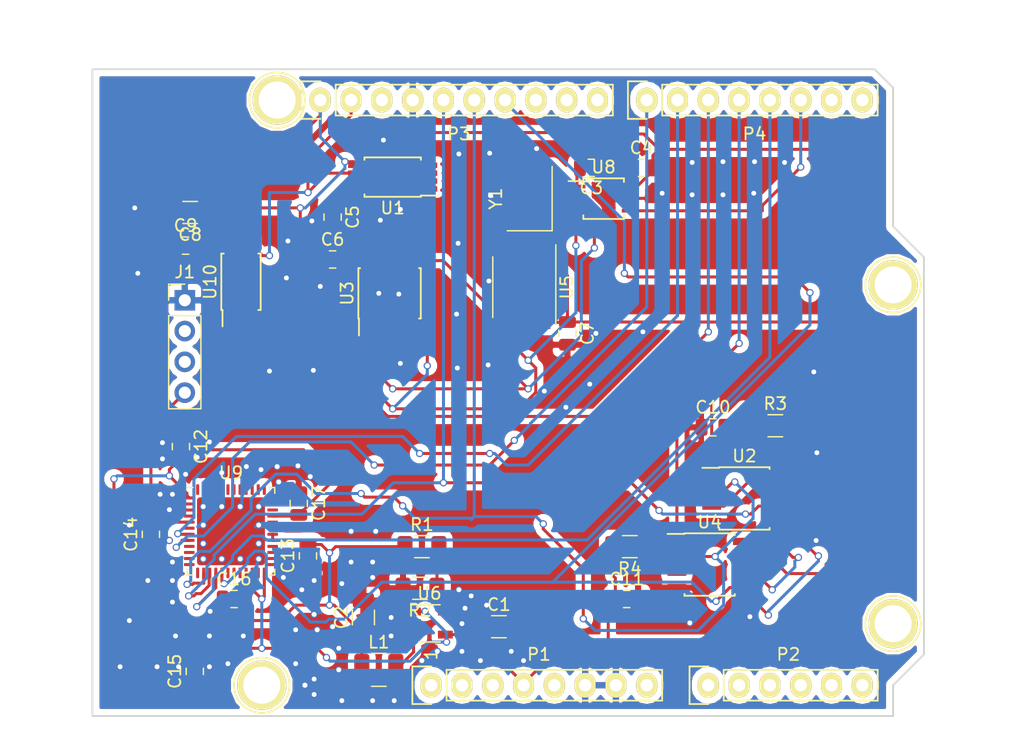
<source format=kicad_pcb>
(kicad_pcb (version 20171130) (host pcbnew 5.0.2+dfsg1-1)
  (title_block (date "lun. 30 mars 2015"))
  (layers (0 F.Cu signal) (31 B.Cu signal) (34 B.Paste user) (35 F.Paste user) (36 B.SilkS user) (37 F.SilkS user) (38 B.Mask user) (39 F.Mask user) (44 Edge.Cuts user))
  (net 0 "")
  (net 1 /IOREF)
  (net 2 /Reset)
  (net 3 +5V)
  (net 4 GND)
  (net 5 /Vin)
  (net 6 /A0)
  (net 7 /A1)
  (net 8 /A2)
  (net 9 /A3)
  (net 10 /AREF)
  (net 11 "/9(**)")
  (net 12 /8)
  (net 13 "/1(Tx)")
  (net 14 "/0(Rx)")
  (net 15 "Net-(P5-Pad1)")
  (net 16 "Net-(P6-Pad1)")
  (net 17 "Net-(P7-Pad1)")
  (net 18 "Net-(P8-Pad1)")
  (net 19 "/10(**/SS)")
  (net 20 "Net-(P1-Pad1)")
  (net 21 +3V3)
  (net 22 1V8)
  (net 23 "Net-(J1-Pad2)")
  (net 24 "Net-(J1-Pad3)")
  (net 25 "Net-(L1-Pad2)")
  (net 26 "Net-(P2-Pad5)")
  (net 27 "Net-(P2-Pad6)")
  (net 28 SCL)
  (net 29 SDA)
  (net 30 SCK)
  (net 31 MISO)
  (net 32 MOSI)
  (net 33 CRESET)
  (net 34 CDONE)
  (net 35 CSFLASH1)
  (net 36 CSFLASH0)
  (net 37 CSFPGA)
  (net 38 COUNTER)
  (net 39 "Net-(R1-Pad2)")
  (net 40 "Net-(R3-Pad1)")
  (net 41 "Net-(R4-Pad1)")
  (net 42 "Net-(U8-Pad2)")
  (net 43 "Net-(U8-Pad3)")
  (net 44 "Net-(U8-Pad7)")
  (net 45 "Net-(U8-Pad9)")
  (net 46 "Net-(U9-Pad2)")
  (net 47 "Net-(U9-Pad3)")
  (net 48 "Net-(U9-Pad4)")
  (net 49 "Net-(U9-Pad6)")
  (net 50 "Net-(U9-Pad9)")
  (net 51 "Net-(U9-Pad10)")
  (net 52 "Net-(U9-Pad11)")
  (net 53 "Net-(U9-Pad12)")
  (net 54 "Net-(U9-Pad13)")
  (net 55 "Net-(U9-Pad18)")
  (net 56 "Net-(U9-Pad19)")
  (net 57 "Net-(U9-Pad20)")
  (net 58 "Net-(U9-Pad21)")
  (net 59 "Net-(U9-Pad23)")
  (net 60 "Net-(U9-Pad25)")
  (net 61 "Net-(U9-Pad26)")
  (net 62 "Net-(U9-Pad27)")
  (net 63 "Net-(U9-Pad28)")
  (net 64 "Net-(U9-Pad31)")
  (net 65 "Net-(U9-Pad32)")
  (net 66 "Net-(U9-Pad34)")
  (net 67 "Net-(U9-Pad35)")
  (net 68 "Net-(U9-Pad36)")
  (net 69 "Net-(U9-Pad37)")
  (net 70 "Net-(U9-Pad38)")
  (net 71 "Net-(U9-Pad39)")
  (net 72 "Net-(U9-Pad40)")
  (net 73 "Net-(U9-Pad41)")
  (net 74 "Net-(U9-Pad42)")
  (net 75 "Net-(U9-Pad43)")
  (net 76 "Net-(U9-Pad44)")
  (net 77 "Net-(U9-Pad45)")
  (net 78 "Net-(U9-Pad46)")
  (net 79 "Net-(U9-Pad47)")
  (net 80 "Net-(U9-Pad48)")
  (net 81 "Net-(U10-Pad7)")
  (net 82 "Net-(U10-Pad3)")
  (net 83 "Net-(U10-Pad2)")
  (net 84 "Net-(U10-Pad1)")
  (module Crystal:Crystal_SMD_5032-4Pin_5.0x3.2mm (layer F.Cu) (at 147.066 83.693 90)
    (fp_text reference Y1 (at 0 -2.8 90) (layer F.SilkS))
    (fp_text value Crystal_GND24)
    (pad 1 smd rect (at -1.65 1 90) (size 1.6 1.3) (layers F.Cu F.Paste F.Mask) (net 43 "Net-(U8-Pad3)"))
    (pad 2 smd rect (at 1.65 1 90) (size 1.6 1.3) (layers F.Cu F.Paste F.Mask) (net 4 GND))
    (pad 3 smd rect (at 1.65 -1 90) (size 1.6 1.3) (layers F.Cu F.Paste F.Mask) (net 42 "Net-(U8-Pad2)"))
    (pad 4 smd rect (at -1.65 -1 90) (size 1.6 1.3) (layers F.Cu F.Paste F.Mask) (net 4 GND))
  )
  (module Socket_Arduino_Uno:Socket_Strip_Arduino_1x08 (layer F.Cu) (at 138.938 123.825)
    (fp_text reference P1 (at 8.89 -2.54) (layer F.SilkS))
    (fp_text value Power)
    (pad 1 thru_hole oval (at 0 0) (size 1.7272 2.032) (drill 1.016) (layers *.Cu *.Mask F.SilkS) (net 20 "Net-(P1-Pad1)"))
    (pad 2 thru_hole oval (at 2.54 0) (size 1.7272 2.032) (drill 1.016) (layers *.Cu *.Mask F.SilkS) (net 1 /IOREF))
    (pad 3 thru_hole oval (at 5.08 0) (size 1.7272 2.032) (drill 1.016) (layers *.Cu *.Mask F.SilkS) (net 2 /Reset))
    (pad 4 thru_hole oval (at 7.62 0) (size 1.7272 2.032) (drill 1.016) (layers *.Cu *.Mask F.SilkS) (net 21 +3V3))
    (pad 5 thru_hole oval (at 10.16 0) (size 1.7272 2.032) (drill 1.016) (layers *.Cu *.Mask F.SilkS) (net 3 +5V))
    (pad 6 thru_hole oval (at 12.7 0) (size 1.7272 2.032) (drill 1.016) (layers *.Cu *.Mask F.SilkS) (net 4 GND))
    (pad 7 thru_hole oval (at 15.24 0) (size 1.7272 2.032) (drill 1.016) (layers *.Cu *.Mask F.SilkS) (net 4 GND))
    (pad 8 thru_hole oval (at 17.78 0) (size 1.7272 2.032) (drill 1.016) (layers *.Cu *.Mask F.SilkS) (net 5 /Vin))
  )
  (module Socket_Arduino_Uno:Socket_Strip_Arduino_1x06 (layer F.Cu) (at 161.798 123.825)
    (fp_text reference P2 (at 6.604 -2.54) (layer F.SilkS))
    (fp_text value Analog)
    (pad 1 thru_hole oval (at 0 0) (size 1.7272 2.032) (drill 1.016) (layers *.Cu *.Mask F.SilkS) (net 6 /A0))
    (pad 2 thru_hole oval (at 2.54 0) (size 1.7272 2.032) (drill 1.016) (layers *.Cu *.Mask F.SilkS) (net 7 /A1))
    (pad 3 thru_hole oval (at 5.08 0) (size 1.7272 2.032) (drill 1.016) (layers *.Cu *.Mask F.SilkS) (net 8 /A2))
    (pad 4 thru_hole oval (at 7.62 0) (size 1.7272 2.032) (drill 1.016) (layers *.Cu *.Mask F.SilkS) (net 9 /A3))
    (pad 5 thru_hole oval (at 10.16 0) (size 1.7272 2.032) (drill 1.016) (layers *.Cu *.Mask F.SilkS) (net 26 "Net-(P2-Pad5)"))
    (pad 6 thru_hole oval (at 12.7 0) (size 1.7272 2.032) (drill 1.016) (layers *.Cu *.Mask F.SilkS) (net 27 "Net-(P2-Pad6)"))
  )
  (module Socket_Arduino_Uno:Socket_Strip_Arduino_1x10 (layer F.Cu) (at 129.794 75.565)
    (fp_text reference P3 (at 11.43 2.794) (layer F.SilkS))
    (fp_text value Digital)
    (pad 1 thru_hole oval (at 0 0) (size 1.7272 2.032) (drill 1.016) (layers *.Cu *.Mask F.SilkS) (net 28 SCL))
    (pad 2 thru_hole oval (at 2.54 0) (size 1.7272 2.032) (drill 1.016) (layers *.Cu *.Mask F.SilkS) (net 29 SDA))
    (pad 3 thru_hole oval (at 5.08 0) (size 1.7272 2.032) (drill 1.016) (layers *.Cu *.Mask F.SilkS) (net 10 /AREF))
    (pad 4 thru_hole oval (at 7.62 0) (size 1.7272 2.032) (drill 1.016) (layers *.Cu *.Mask F.SilkS) (net 4 GND))
    (pad 5 thru_hole oval (at 10.16 0) (size 1.7272 2.032) (drill 1.016) (layers *.Cu *.Mask F.SilkS) (net 30 SCK))
    (pad 6 thru_hole oval (at 12.7 0) (size 1.7272 2.032) (drill 1.016) (layers *.Cu *.Mask F.SilkS) (net 31 MISO))
    (pad 7 thru_hole oval (at 15.24 0) (size 1.7272 2.032) (drill 1.016) (layers *.Cu *.Mask F.SilkS) (net 32 MOSI))
    (pad 8 thru_hole oval (at 17.78 0) (size 1.7272 2.032) (drill 1.016) (layers *.Cu *.Mask F.SilkS) (net 19 "/10(**/SS)"))
    (pad 9 thru_hole oval (at 20.32 0) (size 1.7272 2.032) (drill 1.016) (layers *.Cu *.Mask F.SilkS) (net 11 "/9(**)"))
    (pad 10 thru_hole oval (at 22.86 0) (size 1.7272 2.032) (drill 1.016) (layers *.Cu *.Mask F.SilkS) (net 12 /8))
  )
  (module Socket_Arduino_Uno:Socket_Strip_Arduino_1x08 (layer F.Cu) (at 156.718 75.565)
    (fp_text reference P4 (at 8.89 2.794) (layer F.SilkS))
    (fp_text value Digital)
    (pad 1 thru_hole oval (at 0 0) (size 1.7272 2.032) (drill 1.016) (layers *.Cu *.Mask F.SilkS) (net 33 CRESET))
    (pad 2 thru_hole oval (at 2.54 0) (size 1.7272 2.032) (drill 1.016) (layers *.Cu *.Mask F.SilkS) (net 34 CDONE))
    (pad 3 thru_hole oval (at 5.08 0) (size 1.7272 2.032) (drill 1.016) (layers *.Cu *.Mask F.SilkS) (net 35 CSFLASH1))
    (pad 4 thru_hole oval (at 7.62 0) (size 1.7272 2.032) (drill 1.016) (layers *.Cu *.Mask F.SilkS) (net 36 CSFLASH0))
    (pad 5 thru_hole oval (at 10.16 0) (size 1.7272 2.032) (drill 1.016) (layers *.Cu *.Mask F.SilkS) (net 37 CSFPGA))
    (pad 6 thru_hole oval (at 12.7 0) (size 1.7272 2.032) (drill 1.016) (layers *.Cu *.Mask F.SilkS) (net 38 COUNTER))
    (pad 7 thru_hole oval (at 15.24 0) (size 1.7272 2.032) (drill 1.016) (layers *.Cu *.Mask F.SilkS) (net 13 "/1(Tx)"))
    (pad 8 thru_hole oval (at 17.78 0) (size 1.7272 2.032) (drill 1.016) (layers *.Cu *.Mask F.SilkS) (net 14 "/0(Rx)"))
  )
  (module Socket_Arduino_Uno:Arduino_1pin (layer F.Cu) (at 124.968 123.825)
    (fp_text reference P5 hide)
    (fp_text value CONN_01X01 hide)
    (pad 1 thru_hole circle (at 0 0) (size 4.064 4.064) (drill 3.048) (layers *.Cu *.Mask F.SilkS) (net 15 "Net-(P5-Pad1)"))
  )
  (module Socket_Arduino_Uno:Arduino_1pin (layer F.Cu) (at 177.038 118.745)
    (fp_text reference P6 hide)
    (fp_text value CONN_01X01 hide)
    (pad 1 thru_hole circle (at 0 0) (size 4.064 4.064) (drill 3.048) (layers *.Cu *.Mask F.SilkS) (net 16 "Net-(P6-Pad1)"))
  )
  (module Socket_Arduino_Uno:Arduino_1pin (layer F.Cu) (at 126.238 75.565)
    (fp_text reference P7 hide)
    (fp_text value CONN_01X01 hide)
    (pad 1 thru_hole circle (at 0 0) (size 4.064 4.064) (drill 3.048) (layers *.Cu *.Mask F.SilkS) (net 17 "Net-(P7-Pad1)"))
  )
  (module Socket_Arduino_Uno:Arduino_1pin (layer F.Cu) (at 177.038 90.805)
    (fp_text reference P8 hide)
    (fp_text value CONN_01X01 hide)
    (pad 1 thru_hole circle (at 0 0) (size 4.064 4.064) (drill 3.048) (layers *.Cu *.Mask F.SilkS) (net 18 "Net-(P8-Pad1)"))
  )
  (module Capacitor_SMD:C_1206_3216Metric (layer F.Cu) (at 144.526 118.999)
    (fp_text reference C1 (at 0 -1.82) (layer F.SilkS))
    (fp_text value " LMK316B7475KL-T ")
    (pad 1 smd roundrect (at -1.4 0) (size 1.25 1.75) (layers F.Cu F.Paste F.Mask) (roundrect_rratio 0.2) (net 21 +3V3))
    (pad 2 smd roundrect (at 1.4 0) (size 1.25 1.75) (layers F.Cu F.Paste F.Mask) (roundrect_rratio 0.2) (net 4 GND))
  )
  (module Capacitor_SMD:C_1206_3216Metric (layer F.Cu) (at 133.35 118.237 90)
    (fp_text reference C2 (at 0 -1.82 90) (layer F.SilkS))
    (fp_text value " TMK316B7106KL-TD ")
    (pad 2 smd roundrect (at 1.4 0 90) (size 1.25 1.75) (layers F.Cu F.Paste F.Mask) (roundrect_rratio 0.2) (net 4 GND))
    (pad 1 smd roundrect (at -1.4 0 90) (size 1.25 1.75) (layers F.Cu F.Paste F.Mask) (roundrect_rratio 0.2) (net 22 1V8))
  )
  (module Capacitor_SMD:C_0805_2012Metric (layer F.Cu) (at 152.146 81.153 180)
    (fp_text reference C3 (at 0 -1.65 180) (layer F.SilkS))
    (fp_text value 0.47uF)
    (pad 2 smd roundrect (at 0.9375 0 180) (size 0.975 1.4) (layers F.Cu F.Paste F.Mask) (net 21 +3V3))
    (pad 1 smd roundrect (at -0.9375 0 180) (size 0.975 1.4) (layers F.Cu F.Paste F.Mask) (net 4 GND))
  )
  (module Capacitor_SMD:C_0805_2012Metric (layer F.Cu) (at 156.2885 81.153)
    (fp_text reference C4 (at 0 -1.65) (layer F.SilkS))
    (fp_text value "0.47uF 885012207020")
    (pad 1 smd roundrect (at -0.9375 0) (size 0.975 1.4) (layers F.Cu F.Paste F.Mask) (net 4 GND))
    (pad 2 smd roundrect (at 0.9375 0) (size 0.975 1.4) (layers F.Cu F.Paste F.Mask) (net 21 +3V3))
  )
  (module Capacitor_SMD:C_0805_2012Metric (layer F.Cu) (at 130.81 85.217 270)
    (fp_text reference C5 (at 0 -1.65 270) (layer F.SilkS))
    (fp_text value "0.1uF 885012207072 ")
    (pad 2 smd roundrect (at 0.9375 0 270) (size 0.975 1.4) (layers F.Cu F.Paste F.Mask) (net 4 GND))
    (pad 1 smd roundrect (at -0.9375 0 270) (size 0.975 1.4) (layers F.Cu F.Paste F.Mask) (net 21 +3V3))
  )
  (module Capacitor_SMD:C_0805_2012Metric (layer F.Cu) (at 130.81 88.7095)
    (fp_text reference C6 (at 0 -1.65) (layer F.SilkS))
    (fp_text value 0.1uF)
    (pad 1 smd roundrect (at -0.9375 0) (size 0.975 1.4) (layers F.Cu F.Paste F.Mask) (net 4 GND))
    (pad 2 smd roundrect (at 0.9375 0) (size 0.975 1.4) (layers F.Cu F.Paste F.Mask) (net 21 +3V3))
  )
  (module Capacitor_SMD:C_0805_2012Metric (layer F.Cu) (at 150.1775 94.8055 270)
    (fp_text reference C7 (at 0 -1.65 270) (layer F.SilkS))
    (fp_text value 0.1uF)
    (pad 2 smd roundrect (at 0.9375 0 270) (size 0.975 1.4) (layers F.Cu F.Paste F.Mask) (net 4 GND))
    (pad 1 smd roundrect (at -0.9375 0 270) (size 0.975 1.4) (layers F.Cu F.Paste F.Mask) (net 21 +3V3))
  )
  (module Capacitor_SMD:C_1206_3216Metric (layer F.Cu) (at 119.0625 84.836 180)
    (fp_text reference C8 (at 0 -1.82 180) (layer F.SilkS))
    (fp_text value " LMK316B7475KL-T ")
    (pad 1 smd roundrect (at -1.4 0 180) (size 1.25 1.75) (layers F.Cu F.Paste F.Mask) (roundrect_rratio 0.2) (net 21 +3V3))
    (pad 2 smd roundrect (at 1.4 0 180) (size 1.25 1.75) (layers F.Cu F.Paste F.Mask) (roundrect_rratio 0.2) (net 4 GND))
  )
  (module Capacitor_SMD:C_0805_2012Metric (layer F.Cu) (at 118.6815 87.5665)
    (fp_text reference C9 (at 0 -1.65) (layer F.SilkS))
    (fp_text value "0.1uF 885012207072 ")
    (pad 1 smd roundrect (at -0.9375 0) (size 0.975 1.4) (layers F.Cu F.Paste F.Mask) (net 4 GND))
    (pad 2 smd roundrect (at 0.9375 0) (size 0.975 1.4) (layers F.Cu F.Paste F.Mask) (net 21 +3V3))
  )
  (module Capacitor_SMD:C_0805_2012Metric (layer F.Cu) (at 162.179 102.5525)
    (fp_text reference C10 (at 0 -1.65) (layer F.SilkS))
    (fp_text value 0.1uF)
    (pad 1 smd roundrect (at -0.9375 0) (size 0.975 1.4) (layers F.Cu F.Paste F.Mask) (net 4 GND))
    (pad 2 smd roundrect (at 0.9375 0) (size 0.975 1.4) (layers F.Cu F.Paste F.Mask) (net 21 +3V3))
  )
  (module Capacitor_SMD:C_0805_2012Metric (layer F.Cu) (at 155.067 116.713)
    (fp_text reference C11 (at 0 -1.65) (layer F.SilkS))
    (fp_text value 0.1uF)
    (pad 2 smd roundrect (at 0.9375 0) (size 0.975 1.4) (layers F.Cu F.Paste F.Mask) (net 4 GND))
    (pad 1 smd roundrect (at -0.9375 0) (size 0.975 1.4) (layers F.Cu F.Paste F.Mask) (net 21 +3V3))
  )
  (module Capacitor_SMD:C_0805_2012Metric (layer F.Cu) (at 118.3005 104.14 270)
    (fp_text reference C12 (at 0 -1.65 270) (layer F.SilkS))
    (fp_text value 0.1uF)
    (pad 2 smd roundrect (at 0.9375 0 270) (size 0.975 1.4) (layers F.Cu F.Paste F.Mask) (net 21 +3V3))
    (pad 1 smd roundrect (at -0.9375 0 270) (size 0.975 1.4) (layers F.Cu F.Paste F.Mask) (net 4 GND))
  )
  (module Capacitor_SMD:C_0805_2012Metric (layer F.Cu) (at 128.778 113.157 90)
    (fp_text reference C13 (at 0 -1.65 90) (layer F.SilkS))
    (fp_text value 0.1uF)
    (pad 2 smd roundrect (at 0.9375 0 90) (size 0.975 1.4) (layers F.Cu F.Paste F.Mask) (net 22 1V8))
    (pad 1 smd roundrect (at -0.9375 0 90) (size 0.975 1.4) (layers F.Cu F.Paste F.Mask) (net 4 GND))
  )
  (module Capacitor_SMD:C_0805_2012Metric (layer F.Cu) (at 115.824 111.379 90)
    (fp_text reference C14 (at 0 -1.65 90) (layer F.SilkS))
    (fp_text value 0.1uF)
    (pad 1 smd roundrect (at -0.9375 0 90) (size 0.975 1.4) (layers F.Cu F.Paste F.Mask) (net 4 GND))
    (pad 2 smd roundrect (at 0.9375 0 90) (size 0.975 1.4) (layers F.Cu F.Paste F.Mask) (net 22 1V8))
  )
  (module Capacitor_SMD:C_0805_2012Metric (layer F.Cu) (at 119.4435 122.682 90)
    (fp_text reference C15 (at 0 -1.65 90) (layer F.SilkS))
    (fp_text value 0.1uF)
    (pad 1 smd roundrect (at -0.9375 0 90) (size 0.975 1.4) (layers F.Cu F.Paste F.Mask) (net 4 GND))
    (pad 2 smd roundrect (at 0.9375 0 90) (size 0.975 1.4) (layers F.Cu F.Paste F.Mask) (net 21 +3V3))
  )
  (module Capacitor_SMD:C_0805_2012Metric (layer F.Cu) (at 122.682 116.713)
    (fp_text reference C16 (at 0 -1.65) (layer F.SilkS))
    (fp_text value 0.1uF)
    (pad 2 smd roundrect (at 0.9375 0) (size 0.975 1.4) (layers F.Cu F.Paste F.Mask) (net 21 +3V3))
    (pad 1 smd roundrect (at -0.9375 0) (size 0.975 1.4) (layers F.Cu F.Paste F.Mask) (net 4 GND))
  )
  (module Capacitor_SMD:C_0805_2012Metric (layer F.Cu) (at 128.016 108.839 270)
    (fp_text reference C17 (at 0 -1.65 270) (layer F.SilkS))
    (fp_text value 0.1uF)
    (pad 1 smd roundrect (at -0.9375 0 270) (size 0.975 1.4) (layers F.Cu F.Paste F.Mask) (net 4 GND))
    (pad 2 smd roundrect (at 0.9375 0 270) (size 0.975 1.4) (layers F.Cu F.Paste F.Mask) (net 21 +3V3))
  )
  (module Connector_PinHeader_2.54mm:PinHeader_1x04_P2.54mm_Vertical (layer F.Cu) (at 118.618 92.075)
    (fp_text reference J1 (at 0 -2.33) (layer F.SilkS))
    (fp_text value Conn_01x04_Male)
    (pad 1 thru_hole rect (at 0 0) (size 1.7 1.7) (drill 1) (layers *.Cu *.Mask) (net 4 GND))
    (pad 2 thru_hole oval (at 0 2.54) (size 1.7 1.7) (drill 1) (layers *.Cu *.Mask) (net 23 "Net-(J1-Pad2)"))
    (pad 3 thru_hole oval (at 0 5.08) (size 1.7 1.7) (drill 1) (layers *.Cu *.Mask) (net 24 "Net-(J1-Pad3)"))
    (pad 4 thru_hole oval (at 0 7.62) (size 1.7 1.7) (drill 1) (layers *.Cu *.Mask) (net 22 1V8))
  )
  (module Inductor_SMD:L_1210_3225Metric (layer F.Cu) (at 134.62 122.555)
    (fp_text reference L1 (at 0 -2.28) (layer F.SilkS))
    (fp_text value LQH32CN2R2M33L)
    (pad 1 smd roundrect (at -1.4 0) (size 1.25 2.65) (layers F.Cu F.Paste F.Mask) (roundrect_rratio 0.2) (net 22 1V8))
    (pad 2 smd roundrect (at 1.4 0) (size 1.25 2.65) (layers F.Cu F.Paste F.Mask) (roundrect_rratio 0.2) (net 25 "Net-(L1-Pad2)"))
  )
  (module Resistor_SMD:R_1206_3216Metric (layer F.Cu) (at 138.176 112.395)
    (fp_text reference R1 (at 0 -1.82) (layer F.SilkS))
    (fp_text value " ERJ-8ENF2003V ")
    (pad 2 smd roundrect (at 1.4 0) (size 1.25 1.75) (layers F.Cu F.Paste F.Mask) (roundrect_rratio 0.2) (net 39 "Net-(R1-Pad2)"))
    (pad 1 smd roundrect (at -1.4 0) (size 1.25 1.75) (layers F.Cu F.Paste F.Mask) (roundrect_rratio 0.2) (net 22 1V8))
  )
  (module Resistor_SMD:R_1206_3216Metric (layer F.Cu) (at 138.017001 115.830001 180)
    (fp_text reference R2 (at 0 -1.82 180) (layer F.SilkS))
    (fp_text value " CR1206-FX-1003ELF")
    (pad 1 smd roundrect (at -1.4 0 180) (size 1.25 1.75) (layers F.Cu F.Paste F.Mask) (roundrect_rratio 0.2) (net 39 "Net-(R1-Pad2)"))
    (pad 2 smd roundrect (at 1.4 0 180) (size 1.25 1.75) (layers F.Cu F.Paste F.Mask) (roundrect_rratio 0.2) (net 4 GND))
  )
  (module Resistor_SMD:R_1206_3216Metric (layer F.Cu) (at 167.3225 102.4255)
    (fp_text reference R3 (at 0 -1.82) (layer F.SilkS))
    (fp_text value R)
    (pad 2 smd roundrect (at 1.4 0) (size 1.25 1.75) (layers F.Cu F.Paste F.Mask) (roundrect_rratio 0.2) (net 21 +3V3))
    (pad 1 smd roundrect (at -1.4 0) (size 1.25 1.75) (layers F.Cu F.Paste F.Mask) (roundrect_rratio 0.2) (net 40 "Net-(R3-Pad1)"))
  )
  (module Resistor_SMD:R_1206_3216Metric (layer F.Cu) (at 155.321 112.395 180)
    (fp_text reference R4 (at 0 -1.82 180) (layer F.SilkS))
    (fp_text value R)
    (pad 1 smd roundrect (at -1.4 0 180) (size 1.25 1.75) (layers F.Cu F.Paste F.Mask) (roundrect_rratio 0.2) (net 41 "Net-(R4-Pad1)"))
    (pad 2 smd roundrect (at 1.4 0 180) (size 1.25 1.75) (layers F.Cu F.Paste F.Mask) (roundrect_rratio 0.2) (net 21 +3V3))
  )
  (module Package_SO:TSSOP-8_4.4x3mm_P0.65mm (layer F.Cu) (at 135.763 81.915 180)
    (fp_text reference U1 (at 0 -2.55 180) (layer F.SilkS))
    (fp_text value 24LC512)
    (pad 1 smd rect (at -2.95 -0.975 180) (size 1.45 0.45) (layers F.Cu F.Paste F.Mask) (net 4 GND))
    (pad 2 smd rect (at -2.95 -0.325 180) (size 1.45 0.45) (layers F.Cu F.Paste F.Mask) (net 4 GND))
    (pad 3 smd rect (at -2.95 0.325 180) (size 1.45 0.45) (layers F.Cu F.Paste F.Mask) (net 4 GND))
    (pad 4 smd rect (at -2.95 0.975 180) (size 1.45 0.45) (layers F.Cu F.Paste F.Mask) (net 4 GND))
    (pad 5 smd rect (at 2.95 0.975 180) (size 1.45 0.45) (layers F.Cu F.Paste F.Mask) (net 28 SCL))
    (pad 6 smd rect (at 2.95 0.325 180) (size 1.45 0.45) (layers F.Cu F.Paste F.Mask) (net 29 SDA))
    (pad 7 smd rect (at 2.95 -0.325 180) (size 1.45 0.45) (layers F.Cu F.Paste F.Mask) (net 4 GND))
    (pad 8 smd rect (at 2.95 -0.975 180) (size 1.45 0.45) (layers F.Cu F.Paste F.Mask) (net 21 +3V3))
  )
  (module Package_SO:SOIC-8_3.9x4.9mm_P1.27mm (layer F.Cu) (at 164.775001 108.419501)
    (fp_text reference U2 (at 0 -3.5) (layer F.SilkS))
    (fp_text value AT25SF081-SSHD-X)
    (pad 8 smd rect (at 2.7 -1.905) (size 1.55 0.6) (layers F.Cu F.Paste F.Mask) (net 21 +3V3))
    (pad 7 smd rect (at 2.7 -0.635) (size 1.55 0.6) (layers F.Cu F.Paste F.Mask) (net 21 +3V3))
    (pad 6 smd rect (at 2.7 0.635) (size 1.55 0.6) (layers F.Cu F.Paste F.Mask) (net 30 SCK))
    (pad 5 smd rect (at 2.7 1.905) (size 1.55 0.6) (layers F.Cu F.Paste F.Mask) (net 32 MOSI))
    (pad 4 smd rect (at -2.7 1.905) (size 1.55 0.6) (layers F.Cu F.Paste F.Mask) (net 4 GND))
    (pad 3 smd rect (at -2.7 0.635) (size 1.55 0.6) (layers F.Cu F.Paste F.Mask) (net 40 "Net-(R3-Pad1)"))
    (pad 2 smd rect (at -2.7 -0.635) (size 1.55 0.6) (layers F.Cu F.Paste F.Mask) (net 31 MISO))
    (pad 1 smd rect (at -2.7 -1.905) (size 1.55 0.6) (layers F.Cu F.Paste F.Mask) (net 36 CSFLASH0))
  )
  (module Package_SO:SOIC-8_3.9x4.9mm_P1.27mm (layer F.Cu) (at 135.509 91.5035 90)
    (fp_text reference U3 (at 0 -3.5 90) (layer F.SilkS))
    (fp_text value 24LC512)
    (pad 1 smd rect (at -2.7 -1.905 90) (size 1.55 0.6) (layers F.Cu F.Paste F.Mask) (net 21 +3V3))
    (pad 2 smd rect (at -2.7 -0.635 90) (size 1.55 0.6) (layers F.Cu F.Paste F.Mask) (net 4 GND))
    (pad 3 smd rect (at -2.7 0.635 90) (size 1.55 0.6) (layers F.Cu F.Paste F.Mask) (net 4 GND))
    (pad 4 smd rect (at -2.7 1.905 90) (size 1.55 0.6) (layers F.Cu F.Paste F.Mask) (net 4 GND))
    (pad 5 smd rect (at 2.7 1.905 90) (size 1.55 0.6) (layers F.Cu F.Paste F.Mask) (net 28 SCL))
    (pad 6 smd rect (at 2.7 0.635 90) (size 1.55 0.6) (layers F.Cu F.Paste F.Mask) (net 29 SDA))
    (pad 7 smd rect (at 2.7 -0.635 90) (size 1.55 0.6) (layers F.Cu F.Paste F.Mask) (net 4 GND))
    (pad 8 smd rect (at 2.7 -1.905 90) (size 1.55 0.6) (layers F.Cu F.Paste F.Mask) (net 21 +3V3))
  )
  (module Package_SO:SOIC-8_3.9x4.9mm_P1.27mm (layer F.Cu) (at 161.905001 113.869501)
    (fp_text reference U4 (at 0 -3.5) (layer F.SilkS))
    (fp_text value AT25SF081-SSHD-X)
    (pad 1 smd rect (at -2.7 -1.905) (size 1.55 0.6) (layers F.Cu F.Paste F.Mask) (net 35 CSFLASH1))
    (pad 2 smd rect (at -2.7 -0.635) (size 1.55 0.6) (layers F.Cu F.Paste F.Mask) (net 31 MISO))
    (pad 3 smd rect (at -2.7 0.635) (size 1.55 0.6) (layers F.Cu F.Paste F.Mask) (net 41 "Net-(R4-Pad1)"))
    (pad 4 smd rect (at -2.7 1.905) (size 1.55 0.6) (layers F.Cu F.Paste F.Mask) (net 4 GND))
    (pad 5 smd rect (at 2.7 1.905) (size 1.55 0.6) (layers F.Cu F.Paste F.Mask) (net 32 MOSI))
    (pad 6 smd rect (at 2.7 0.635) (size 1.55 0.6) (layers F.Cu F.Paste F.Mask) (net 30 SCK))
    (pad 7 smd rect (at 2.7 -0.635) (size 1.55 0.6) (layers F.Cu F.Paste F.Mask) (net 21 +3V3))
    (pad 8 smd rect (at 2.7 -1.905) (size 1.55 0.6) (layers F.Cu F.Paste F.Mask) (net 21 +3V3))
  )
  (module Package_DFN_QFN:DFN-8-1EP_6x5mm_P1.27mm_EP4x4mm (layer F.Cu) (at 146.6215 90.9955 270)
    (fp_text reference U5 (at 0 -3.5 270) (layer F.SilkS))
    (fp_text value 24LC512)
    (pad 1 smd rect (at -2.9 -1.905 180) (size 0.5 1.1) (layers F.Cu F.Paste F.Mask) (net 21 +3V3))
    (pad 2 smd rect (at -2.9 -0.635 180) (size 0.5 1.1) (layers F.Cu F.Paste F.Mask) (net 21 +3V3))
    (pad 3 smd rect (at -2.9 0.635 180) (size 0.5 1.1) (layers F.Cu F.Paste F.Mask) (net 4 GND))
    (pad 4 smd rect (at -2.9 1.905 180) (size 0.5 1.1) (layers F.Cu F.Paste F.Mask) (net 4 GND))
    (pad 5 smd rect (at 2.9 1.905 180) (size 0.5 1.1) (layers F.Cu F.Paste F.Mask) (net 28 SCL))
    (pad 6 smd rect (at 2.9 0.635 180) (size 0.5 1.1) (layers F.Cu F.Paste F.Mask) (net 29 SDA))
    (pad 7 smd rect (at 2.9 -0.635 180) (size 0.5 1.1) (layers F.Cu F.Paste F.Mask) (net 4 GND))
    (pad 8 smd rect (at 2.9 -1.905 180) (size 0.5 1.1) (layers F.Cu F.Paste F.Mask) (net 21 +3V3))
    (pad 9 smd rect (at 0 0 180) (size 4 4) (layers F.Cu F.Mask) (net 4 GND))
  )
  (module Package_TO_SOT_SMD:TSOT-23-5 (layer F.Cu) (at 138.797001 118.700001)
    (fp_text reference U6 (at 0 -2.45) (layer F.SilkS))
    (fp_text value LTC3406ES5)
    (pad 1 smd rect (at -1.31 -0.95) (size 1.22 0.65) (layers F.Cu F.Paste F.Mask) (net 21 +3V3))
    (pad 2 smd rect (at -1.31 0) (size 1.22 0.65) (layers F.Cu F.Paste F.Mask) (net 4 GND))
    (pad 3 smd rect (at -1.31 0.95) (size 1.22 0.65) (layers F.Cu F.Paste F.Mask) (net 25 "Net-(L1-Pad2)"))
    (pad 4 smd rect (at 1.31 0.95) (size 1.22 0.65) (layers F.Cu F.Paste F.Mask) (net 21 +3V3))
    (pad 5 smd rect (at 1.31 -0.95) (size 1.22 0.65) (layers F.Cu F.Paste F.Mask) (net 39 "Net-(R1-Pad2)"))
  )
  (module Package_SO:MSOP-10_3x3mm_P0.5mm (layer F.Cu) (at 153.162 83.693)
    (fp_text reference U8 (at 0 -2.6) (layer F.SilkS))
    (fp_text value Si5351A)
    (pad 1 smd rect (at -2.2 -1) (size 1.4 0.3) (layers F.Cu F.Paste F.Mask) (net 21 +3V3))
    (pad 2 smd rect (at -2.2 -0.5) (size 1.4 0.3) (layers F.Cu F.Paste F.Mask) (net 42 "Net-(U8-Pad2)"))
    (pad 3 smd rect (at -2.2 0) (size 1.4 0.3) (layers F.Cu F.Paste F.Mask) (net 43 "Net-(U8-Pad3)"))
    (pad 4 smd rect (at -2.2 0.5) (size 1.4 0.3) (layers F.Cu F.Paste F.Mask) (net 28 SCL))
    (pad 5 smd rect (at -2.2 1) (size 1.4 0.3) (layers F.Cu F.Paste F.Mask) (net 29 SDA))
    (pad 6 smd rect (at 2.2 1) (size 1.4 0.3) (layers F.Cu F.Paste F.Mask) (net 38 COUNTER))
    (pad 7 smd rect (at 2.2 0.5) (size 1.4 0.3) (layers F.Cu F.Paste F.Mask) (net 44 "Net-(U8-Pad7)"))
    (pad 8 smd rect (at 2.2 0) (size 1.4 0.3) (layers F.Cu F.Paste F.Mask) (net 4 GND))
    (pad 9 smd rect (at 2.2 -0.5) (size 1.4 0.3) (layers F.Cu F.Paste F.Mask) (net 45 "Net-(U8-Pad9)"))
    (pad 10 smd rect (at 2.2 -1) (size 1.4 0.3) (layers F.Cu F.Paste F.Mask) (net 21 +3V3))
  )
  (module Package_DFN_QFN:QFN-48-1EP_7x7mm_P0.5mm_EP5.6x5.6mm (layer F.Cu) (at 122.428 111.125)
    (fp_text reference U9 (at 0 -4.82) (layer F.SilkS))
    (fp_text value ICE40UP5K-SG48ITR)
    (pad 49 smd roundrect (at 0 0) (size 5.6 5.6) (layers F.Cu F.Mask) (roundrect_rratio 0.044643) (net 4 GND))
    (pad 1 smd roundrect (at -3.4375 -2.75) (size 0.875 0.25) (layers F.Cu F.Paste F.Mask) (net 21 +3V3))
    (pad 2 smd roundrect (at -3.4375 -2.25) (size 0.875 0.25) (layers F.Cu F.Paste F.Mask) (net 46 "Net-(U9-Pad2)"))
    (pad 3 smd roundrect (at -3.4375 -1.75) (size 0.875 0.25) (layers F.Cu F.Paste F.Mask) (net 47 "Net-(U9-Pad3)"))
    (pad 4 smd roundrect (at -3.4375 -1.25) (size 0.875 0.25) (layers F.Cu F.Paste F.Mask) (net 48 "Net-(U9-Pad4)"))
    (pad 5 smd roundrect (at -3.4375 -0.75) (size 0.875 0.25) (layers F.Cu F.Paste F.Mask) (net 22 1V8))
    (pad 6 smd roundrect (at -3.4375 -0.25) (size 0.875 0.25) (layers F.Cu F.Paste F.Mask) (net 49 "Net-(U9-Pad6)"))
    (pad 7 smd roundrect (at -3.4375 0.25) (size 0.875 0.25) (layers F.Cu F.Paste F.Mask) (net 34 CDONE))
    (pad 8 smd roundrect (at -3.4375 0.75) (size 0.875 0.25) (layers F.Cu F.Paste F.Mask) (net 33 CRESET))
    (pad 9 smd roundrect (at -3.4375 1.25) (size 0.875 0.25) (layers F.Cu F.Paste F.Mask) (net 50 "Net-(U9-Pad9)"))
    (pad 10 smd roundrect (at -3.4375 1.75) (size 0.875 0.25) (layers F.Cu F.Paste F.Mask) (net 51 "Net-(U9-Pad10)"))
    (pad 11 smd roundrect (at -3.4375 2.25) (size 0.875 0.25) (layers F.Cu F.Paste F.Mask) (net 52 "Net-(U9-Pad11)"))
    (pad 12 smd roundrect (at -3.4375 2.75) (size 0.875 0.25) (layers F.Cu F.Paste F.Mask) (net 53 "Net-(U9-Pad12)"))
    (pad 13 smd roundrect (at -2.75 3.4375) (size 0.25 0.875) (layers F.Cu F.Paste F.Mask) (net 54 "Net-(U9-Pad13)"))
    (pad 14 smd roundrect (at -2.25 3.4375) (size 0.25 0.875) (layers F.Cu F.Paste F.Mask) (net 31 MISO))
    (pad 15 smd roundrect (at -1.75 3.4375) (size 0.25 0.875) (layers F.Cu F.Paste F.Mask) (net 30 SCK))
    (pad 16 smd roundrect (at -1.25 3.4375) (size 0.25 0.875) (layers F.Cu F.Paste F.Mask) (net 37 CSFPGA))
    (pad 17 smd roundrect (at -0.75 3.4375) (size 0.25 0.875) (layers F.Cu F.Paste F.Mask) (net 32 MOSI))
    (pad 18 smd roundrect (at -0.25 3.4375) (size 0.25 0.875) (layers F.Cu F.Paste F.Mask) (net 55 "Net-(U9-Pad18)"))
    (pad 19 smd roundrect (at 0.25 3.4375) (size 0.25 0.875) (layers F.Cu F.Paste F.Mask) (net 56 "Net-(U9-Pad19)"))
    (pad 20 smd roundrect (at 0.75 3.4375) (size 0.25 0.875) (layers F.Cu F.Paste F.Mask) (net 57 "Net-(U9-Pad20)"))
    (pad 21 smd roundrect (at 1.25 3.4375) (size 0.25 0.875) (layers F.Cu F.Paste F.Mask) (net 58 "Net-(U9-Pad21)"))
    (pad 22 smd roundrect (at 1.75 3.4375) (size 0.25 0.875) (layers F.Cu F.Paste F.Mask) (net 21 +3V3))
    (pad 23 smd roundrect (at 2.25 3.4375) (size 0.25 0.875) (layers F.Cu F.Paste F.Mask) (net 59 "Net-(U9-Pad23)"))
    (pad 24 smd roundrect (at 2.75 3.4375) (size 0.25 0.875) (layers F.Cu F.Paste F.Mask) (net 21 +3V3))
    (pad 25 smd roundrect (at 3.4375 2.75) (size 0.875 0.25) (layers F.Cu F.Paste F.Mask) (net 60 "Net-(U9-Pad25)"))
    (pad 26 smd roundrect (at 3.4375 2.25) (size 0.875 0.25) (layers F.Cu F.Paste F.Mask) (net 61 "Net-(U9-Pad26)"))
    (pad 27 smd roundrect (at 3.4375 1.75) (size 0.875 0.25) (layers F.Cu F.Paste F.Mask) (net 62 "Net-(U9-Pad27)"))
    (pad 28 smd roundrect (at 3.4375 1.25) (size 0.875 0.25) (layers F.Cu F.Paste F.Mask) (net 63 "Net-(U9-Pad28)"))
    (pad 29 smd roundrect (at 3.4375 0.75) (size 0.875 0.25) (layers F.Cu F.Paste F.Mask) (net 22 1V8))
    (pad 30 smd roundrect (at 3.4375 0.25) (size 0.875 0.25) (layers F.Cu F.Paste F.Mask) (net 22 1V8))
    (pad 31 smd roundrect (at 3.4375 -0.25) (size 0.875 0.25) (layers F.Cu F.Paste F.Mask) (net 64 "Net-(U9-Pad31)"))
    (pad 32 smd roundrect (at 3.4375 -0.75) (size 0.875 0.25) (layers F.Cu F.Paste F.Mask) (net 65 "Net-(U9-Pad32)"))
    (pad 33 smd roundrect (at 3.4375 -1.25) (size 0.875 0.25) (layers F.Cu F.Paste F.Mask) (net 21 +3V3))
    (pad 34 smd roundrect (at 3.4375 -1.75) (size 0.875 0.25) (layers F.Cu F.Paste F.Mask) (net 66 "Net-(U9-Pad34)"))
    (pad 35 smd roundrect (at 3.4375 -2.25) (size 0.875 0.25) (layers F.Cu F.Paste F.Mask) (net 67 "Net-(U9-Pad35)"))
    (pad 36 smd roundrect (at 3.4375 -2.75) (size 0.875 0.25) (layers F.Cu F.Paste F.Mask) (net 68 "Net-(U9-Pad36)"))
    (pad 37 smd roundrect (at 2.75 -3.4375) (size 0.25 0.875) (layers F.Cu F.Paste F.Mask) (net 69 "Net-(U9-Pad37)"))
    (pad 38 smd roundrect (at 2.25 -3.4375) (size 0.25 0.875) (layers F.Cu F.Paste F.Mask) (net 70 "Net-(U9-Pad38)"))
    (pad 39 smd roundrect (at 1.75 -3.4375) (size 0.25 0.875) (layers F.Cu F.Paste F.Mask) (net 71 "Net-(U9-Pad39)"))
    (pad 40 smd roundrect (at 1.25 -3.4375) (size 0.25 0.875) (layers F.Cu F.Paste F.Mask) (net 72 "Net-(U9-Pad40)"))
    (pad 41 smd roundrect (at 0.75 -3.4375) (size 0.25 0.875) (layers F.Cu F.Paste F.Mask) (net 73 "Net-(U9-Pad41)"))
    (pad 42 smd roundrect (at 0.25 -3.4375) (size 0.25 0.875) (layers F.Cu F.Paste F.Mask) (net 74 "Net-(U9-Pad42)"))
    (pad 43 smd roundrect (at -0.25 -3.4375) (size 0.25 0.875) (layers F.Cu F.Paste F.Mask) (net 75 "Net-(U9-Pad43)"))
    (pad 44 smd roundrect (at -0.75 -3.4375) (size 0.25 0.875) (layers F.Cu F.Paste F.Mask) (net 76 "Net-(U9-Pad44)"))
    (pad 45 smd roundrect (at -1.25 -3.4375) (size 0.25 0.875) (layers F.Cu F.Paste F.Mask) (net 77 "Net-(U9-Pad45)"))
    (pad 46 smd roundrect (at -1.75 -3.4375) (size 0.25 0.875) (layers F.Cu F.Paste F.Mask) (net 78 "Net-(U9-Pad46)"))
    (pad 47 smd roundrect (at -2.25 -3.4375) (size 0.25 0.875) (layers F.Cu F.Paste F.Mask) (net 79 "Net-(U9-Pad47)"))
    (pad 48 smd roundrect (at -2.75 -3.4375) (size 0.25 0.875) (layers F.Cu F.Paste F.Mask) (net 80 "Net-(U9-Pad48)"))
  )
  (module Package_SO:TSSOP-8_4.4x3mm_P0.65mm (layer F.Cu) (at 123.2535 90.551 90)
    (fp_text reference U10 (at 0 -2.55 90) (layer F.SilkS))
    (fp_text value ST25DV04K)
    (pad 8 smd rect (at 2.95 -0.975 90) (size 1.45 0.45) (layers F.Cu F.Paste F.Mask) (net 21 +3V3))
    (pad 7 smd rect (at 2.95 -0.325 90) (size 1.45 0.45) (layers F.Cu F.Paste F.Mask) (net 81 "Net-(U10-Pad7)"))
    (pad 6 smd rect (at 2.95 0.325 90) (size 1.45 0.45) (layers F.Cu F.Paste F.Mask) (net 28 SCL))
    (pad 5 smd rect (at 2.95 0.975 90) (size 1.45 0.45) (layers F.Cu F.Paste F.Mask) (net 29 SDA))
    (pad 4 smd rect (at -2.95 0.975 90) (size 1.45 0.45) (layers F.Cu F.Paste F.Mask) (net 4 GND))
    (pad 3 smd rect (at -2.95 0.325 90) (size 1.45 0.45) (layers F.Cu F.Paste F.Mask) (net 82 "Net-(U10-Pad3)"))
    (pad 2 smd rect (at -2.95 -0.325 90) (size 1.45 0.45) (layers F.Cu F.Paste F.Mask) (net 83 "Net-(U10-Pad2)"))
    (pad 1 smd rect (at -2.95 -0.975 90) (size 1.45 0.45) (layers F.Cu F.Paste F.Mask) (net 84 "Net-(U10-Pad1)"))
  )
  (gr_text 1 (at 138.938 121.285 90) (layer F.SilkS) (effects (font (size 1 1))))
  (gr_line (start 177.038 74.549) (end 175.514 73.025) (angle 90) (layer Edge.Cuts) (width 0.15))
  (gr_line (start 177.038 85.979) (end 177.038 74.549) (angle 90) (layer Edge.Cuts) (width 0.15))
  (gr_line (start 179.578 88.519) (end 177.038 85.979) (angle 90) (layer Edge.Cuts) (width 0.15))
  (gr_line (start 179.578 121.285) (end 179.578 88.519) (angle 90) (layer Edge.Cuts) (width 0.15))
  (gr_line (start 177.038 123.825) (end 179.578 121.285) (angle 90) (layer Edge.Cuts) (width 0.15))
  (gr_line (start 177.038 126.365) (end 177.038 123.825) (angle 90) (layer Edge.Cuts) (width 0.15))
  (gr_line (start 110.998 126.365) (end 177.038 126.365) (angle 90) (layer Edge.Cuts) (width 0.15))
  (gr_line (start 110.998 73.025) (end 110.998 126.365) (angle 90) (layer Edge.Cuts) (width 0.15))
  (gr_line (start 175.514 73.025) (end 110.998 73.025) (angle 90) (layer Edge.Cuts) (width 0.15))
  (via (at 120.142 110.617) (size 0.6) (drill 0.4) (layers F.Cu B.Cu) (net 4))
  (via (at 120.142 112.141) (size 0.6) (drill 0.4) (layers F.Cu B.Cu) (net 4))
  (via (at 120.142 113.411) (size 0.6) (drill 0.4) (layers F.Cu B.Cu) (net 4))
  (via (at 121.666 113.411) (size 0.6) (drill 0.4) (layers F.Cu B.Cu) (net 4))
  (via (at 123.19 113.411) (size 0.6) (drill 0.4) (layers F.Cu B.Cu) (net 4))
  (via (at 124.714 113.411) (size 0.6) (drill 0.4) (layers F.Cu B.Cu) (net 4))
  (via (at 124.714 112.141) (size 0.6) (drill 0.4) (layers F.Cu B.Cu) (net 4))
  (via (at 124.714 110.617) (size 0.6) (drill 0.4) (layers F.Cu B.Cu) (net 4))
  (via (at 124.714 109.093) (size 0.6) (drill 0.4) (layers F.Cu B.Cu) (net 4))
  (via (at 123.19 109.093) (size 0.6) (drill 0.4) (layers F.Cu B.Cu) (net 4))
  (via (at 121.666 109.093) (size 0.6) (drill 0.4) (layers F.Cu B.Cu) (net 4))
  (via (at 120.142 109.093) (size 0.6) (drill 0.4) (layers F.Cu B.Cu) (net 4))
  (segment (start 133.788 82.24) (end 133.859 82.169) (width 0.25) (layer F.Cu) (net 4))
  (segment (start 132.813 82.24) (end 133.788 82.24) (width 0.25) (layer F.Cu) (net 4))
  (via (at 143.002 121.793) (size 0.6) (drill 0.4) (layers F.Cu B.Cu) (net 4))
  (via (at 146.558 121.793) (size 0.6) (drill 0.4) (layers F.Cu B.Cu) (net 4))
  (via (at 145.542 121.031) (size 0.6) (drill 0.4) (layers F.Cu B.Cu) (net 4))
  (via (at 141.478 121.031) (size 0.6) (drill 0.4) (layers F.Cu B.Cu) (net 4))
  (via (at 139.446 121.031) (size 0.6) (drill 0.4) (layers F.Cu B.Cu) (net 4))
  (via (at 138.176 121.793) (size 0.6) (drill 0.4) (layers F.Cu B.Cu) (net 4))
  (via (at 135.636 119.761) (size 0.6) (drill 0.4) (layers F.Cu B.Cu) (net 4))
  (via (at 135.636 118.237) (size 0.6) (drill 0.4) (layers F.Cu B.Cu) (net 4))
  (via (at 134.112 114.935) (size 0.6) (drill 0.4) (layers F.Cu B.Cu) (net 4))
  (via (at 134.112 113.665) (size 0.6) (drill 0.4) (layers F.Cu B.Cu) (net 4))
  (via (at 134.366 111.125) (size 0.6) (drill 0.4) (layers F.Cu B.Cu) (net 4))
  (via (at 132.334 111.125) (size 0.6) (drill 0.4) (layers F.Cu B.Cu) (net 4))
  (via (at 132.334 113.665) (size 0.6) (drill 0.4) (layers F.Cu B.Cu) (net 4))
  (via (at 131.572 115.443) (size 0.6) (drill 0.4) (layers F.Cu B.Cu) (net 4))
  (via (at 130.81 118.999) (size 0.6) (drill 0.4) (layers F.Cu B.Cu) (net 4))
  (via (at 129.286 115.189) (size 0.6) (drill 0.4) (layers F.Cu B.Cu) (net 4))
  (via (at 129.286 117.983) (size 0.6) (drill 0.4) (layers F.Cu B.Cu) (net 4))
  (via (at 131.318 120.777) (size 0.6) (drill 0.4) (layers F.Cu B.Cu) (net 4))
  (via (at 131.318 122.555) (size 0.6) (drill 0.4) (layers F.Cu B.Cu) (net 4))
  (via (at 131.572 125.095) (size 0.6) (drill 0.4) (layers F.Cu B.Cu) (net 4))
  (via (at 134.112 125.095) (size 0.6) (drill 0.4) (layers F.Cu B.Cu) (net 4))
  (via (at 135.89 125.095) (size 0.6) (drill 0.4) (layers F.Cu B.Cu) (net 4))
  (segment (start 137.487001 118.700001) (end 136.188999 118.700001) (width 0.25) (layer F.Cu) (net 4))
  (via (at 141.732 117.475) (size 0.6) (drill 0.4) (layers F.Cu B.Cu) (net 4))
  (via (at 141.224 115.951) (size 0.6) (drill 0.4) (layers F.Cu B.Cu) (net 4))
  (via (at 143.51 117.221) (size 0.6) (drill 0.4) (layers F.Cu B.Cu) (net 4))
  (via (at 142.24 116.459) (size 0.6) (drill 0.4) (layers F.Cu B.Cu) (net 4))
  (via (at 141.478 118.745) (size 0.6) (drill 0.4) (layers F.Cu B.Cu) (net 4))
  (via (at 123.444 119.761) (size 0.6) (drill 0.4) (layers F.Cu B.Cu) (net 4))
  (via (at 117.856 119.761) (size 0.6) (drill 0.4) (layers F.Cu B.Cu) (net 4))
  (via (at 120.65 119.761) (size 0.6) (drill 0.4) (layers F.Cu B.Cu) (net 4))
  (via (at 117.602 116.967) (size 0.6) (drill 0.4) (layers F.Cu B.Cu) (net 4))
  (via (at 128.27 115.951) (size 0.6) (drill 0.4) (layers F.Cu B.Cu) (net 4))
  (via (at 116.332 122.301) (size 0.6) (drill 0.4) (layers F.Cu B.Cu) (net 4))
  (via (at 120.65 122.301) (size 0.6) (drill 0.4) (layers F.Cu B.Cu) (net 4))
  (via (at 122.174 122.047) (size 0.6) (drill 0.4) (layers F.Cu B.Cu) (net 4))
  (via (at 127.762 122.047) (size 0.6) (drill 0.4) (layers F.Cu B.Cu) (net 4))
  (via (at 127.762 119.253) (size 0.6) (drill 0.4) (layers F.Cu B.Cu) (net 4))
  (via (at 128.524 123.825) (size 0.6) (drill 0.4) (layers F.Cu B.Cu) (net 4))
  (via (at 129.286 124.587) (size 0.6) (drill 0.4) (layers F.Cu B.Cu) (net 4))
  (via (at 128.524 123.825) (size 0.6) (drill 0.4) (layers F.Cu B.Cu) (net 4))
  (via (at 128.524 123.825) (size 0.6) (drill 0.4) (layers F.Cu B.Cu) (net 4))
  (via (at 129.286 123.317) (size 0.6) (drill 0.4) (layers F.Cu B.Cu) (net 4))
  (via (at 129.54 119.253) (size 0.6) (drill 0.4) (layers F.Cu B.Cu) (net 4))
  (via (at 117.348 111.887) (size 0.6) (drill 0.4) (layers F.Cu B.Cu) (net 4))
  (via (at 117.348 109.347) (size 0.6) (drill 0.4) (layers F.Cu B.Cu) (net 4))
  (via (at 116.586 108.077) (size 0.6) (drill 0.4) (layers F.Cu B.Cu) (net 4))
  (via (at 117.602 108.077) (size 0.6) (drill 0.4) (layers F.Cu B.Cu) (net 4))
  (via (at 114.046 118.491) (size 0.6) (drill 0.4) (layers F.Cu B.Cu) (net 4))
  (via (at 114.046 110.617) (size 0.6) (drill 0.4) (layers F.Cu B.Cu) (net 4))
  (via (at 117.602 115.189) (size 0.6) (drill 0.4) (layers F.Cu B.Cu) (net 4))
  (via (at 115.57 115.189) (size 0.6) (drill 0.4) (layers F.Cu B.Cu) (net 4))
  (via (at 117.602 113.665) (size 0.6) (drill 0.4) (layers F.Cu B.Cu) (net 4))
  (via (at 126.746 114.935) (size 0.6) (drill 0.4) (layers F.Cu B.Cu) (net 4))
  (via (at 113.284 122.301) (size 0.6) (drill 0.4) (layers F.Cu B.Cu) (net 4))
  (via (at 118.11 122.301) (size 0.6) (drill 0.4) (layers F.Cu B.Cu) (net 4))
  (via (at 121.666 106.299) (size 0.6) (drill 0.4) (layers F.Cu B.Cu) (net 4))
  (via (at 119.634 105.029) (size 0.6) (drill 0.4) (layers F.Cu B.Cu) (net 4))
  (via (at 120.65 103.759) (size 0.6) (drill 0.4) (layers F.Cu B.Cu) (net 4))
  (via (at 123.698 105.791) (size 0.6) (drill 0.4) (layers F.Cu B.Cu) (net 4))
  (via (at 116.7765 105.156) (size 0.6) (drill 0.4) (layers F.Cu B.Cu) (net 4))
  (via (at 116.7765 103.8225) (size 0.6) (drill 0.4) (layers F.Cu B.Cu) (net 4))
  (via (at 126.238 105.791) (size 0.6) (drill 0.4) (layers F.Cu B.Cu) (net 4))
  (via (at 128.9685 106.6165) (size 0.6) (drill 0.4) (layers F.Cu B.Cu) (net 4))
  (via (at 127.9525 105.7275) (size 0.6) (drill 0.4) (layers F.Cu B.Cu) (net 4))
  (via (at 126.365 107.061) (size 0.6) (drill 0.4) (layers F.Cu B.Cu) (net 4))
  (via (at 124.9045 106.045) (size 0.6) (drill 0.4) (layers F.Cu B.Cu) (net 4))
  (via (at 118.6815 106.426) (size 0.6) (drill 0.4) (layers F.Cu B.Cu) (net 4))
  (via (at 120.7135 117.729) (size 0.6) (drill 0.4) (layers F.Cu B.Cu) (net 4))
  (segment (start 120.7285 117.729) (end 121.7445 116.713) (width 0.25) (layer F.Cu) (net 4))
  (segment (start 120.7135 117.729) (end 120.7285 117.729) (width 0.25) (layer F.Cu) (net 4))
  (segment (start 155.362 83.693) (end 156.0195 83.693) (width 0.25) (layer F.Cu) (net 4))
  (segment (start 156.044499 83.668001) (end 157.441499 83.668001) (width 0.25) (layer F.Cu) (net 4))
  (segment (start 156.0195 83.693) (end 156.044499 83.668001) (width 0.25) (layer F.Cu) (net 4))
  (via (at 157.988 83.2485) (size 0.6) (drill 0.4) (layers F.Cu B.Cu) (net 4))
  (via (at 160.4645 80.7085) (size 0.6) (drill 0.4) (layers F.Cu B.Cu) (net 4))
  (via (at 160.4645 83.3755) (size 0.6) (drill 0.4) (layers F.Cu B.Cu) (net 4))
  (via (at 163.0045 80.645) (size 0.6) (drill 0.4) (layers F.Cu B.Cu) (net 4))
  (via (at 163.0045 83.3755) (size 0.6) (drill 0.4) (layers F.Cu B.Cu) (net 4))
  (via (at 165.608 80.645) (size 0.6) (drill 0.4) (layers F.Cu B.Cu) (net 4))
  (via (at 165.5445 83.2485) (size 0.6) (drill 0.4) (layers F.Cu B.Cu) (net 4))
  (via (at 168.0845 80.7085) (size 0.6) (drill 0.4) (layers F.Cu B.Cu) (net 4))
  (via (at 134.747 85.471) (size 0.6) (drill 0.4) (layers F.Cu B.Cu) (net 4))
  (via (at 143.764 79.9465) (size 0.6) (drill 0.4) (layers F.Cu B.Cu) (net 4))
  (via (at 143.8275 83.439) (size 0.6) (drill 0.4) (layers F.Cu B.Cu) (net 4))
  (via (at 136.398 84.582) (size 0.6) (drill 0.4) (layers F.Cu B.Cu) (net 4))
  (segment (start 133.788 82.24) (end 134.1045 82.24) (width 0.25) (layer F.Cu) (net 4))
  (via (at 129.0955 85.5345) (size 0.6) (drill 0.4) (layers F.Cu B.Cu) (net 4))
  (via (at 129.794 90.932) (size 0.6) (drill 0.4) (layers F.Cu B.Cu) (net 4))
  (via (at 134.62 91.5035) (size 0.6) (drill 0.4) (layers F.Cu B.Cu) (net 4))
  (via (at 136.271 91.567) (size 0.6) (drill 0.4) (layers F.Cu B.Cu) (net 4))
  (via (at 136.398 97.282) (size 0.6) (drill 0.4) (layers F.Cu B.Cu) (net 4))
  (via (at 141.097 97.663) (size 0.6) (drill 0.4) (layers F.Cu B.Cu) (net 4))
  (via (at 143.637 97.409) (size 0.6) (drill 0.4) (layers F.Cu B.Cu) (net 4))
  (via (at 141.0335 93.218) (size 0.6) (drill 0.4) (layers F.Cu B.Cu) (net 4))
  (via (at 141.1605 87.376) (size 0.6) (drill 0.4) (layers F.Cu B.Cu) (net 4))
  (via (at 141.224 80.01) (size 0.6) (drill 0.4) (layers F.Cu B.Cu) (net 4))
  (via (at 143.7005 90.4875) (size 0.6) (drill 0.4) (layers F.Cu B.Cu) (net 4))
  (via (at 125.603 97.917) (size 0.6) (drill 0.4) (layers F.Cu B.Cu) (net 4))
  (via (at 129.2225 97.8535) (size 0.6) (drill 0.4) (layers F.Cu B.Cu) (net 4))
  (via (at 127 90.2335) (size 0.6) (drill 0.4) (layers F.Cu B.Cu) (net 4))
  (via (at 127.127 87.1855) (size 0.6) (drill 0.4) (layers F.Cu B.Cu) (net 4))
  (via (at 114.7445 89.8525) (size 0.6) (drill 0.4) (layers F.Cu B.Cu) (net 4))
  (via (at 114.4905 84.455) (size 0.6) (drill 0.4) (layers F.Cu B.Cu) (net 4))
  (via (at 135.001 78.867) (size 0.6) (drill 0.4) (layers F.Cu B.Cu) (net 4))
  (via (at 147.6375 79.5655) (size 0.6) (drill 0.4) (layers F.Cu B.Cu) (net 4))
  (via (at 152.527 94.8055) (size 0.6) (drill 0.4) (layers F.Cu B.Cu) (net 4))
  (via (at 156.4005 94.6785) (size 0.6) (drill 0.4) (layers F.Cu B.Cu) (net 4))
  (via (at 148.2725 99.568) (size 0.6) (drill 0.4) (layers F.Cu B.Cu) (net 4))
  (via (at 150.0505 100.9015) (size 0.6) (drill 0.4) (layers F.Cu B.Cu) (net 4))
  (via (at 152.019 98.9965) (size 0.6) (drill 0.4) (layers F.Cu B.Cu) (net 4))
  (via (at 160.274 118.6815) (size 0.6) (drill 0.4) (layers F.Cu B.Cu) (net 4))
  (via (at 165.227 118.1735) (size 0.6) (drill 0.4) (layers F.Cu B.Cu) (net 4))
  (via (at 170.688 111.887) (size 0.6) (drill 0.4) (layers F.Cu B.Cu) (net 4))
  (via (at 170.7515 104.648) (size 0.6) (drill 0.4) (layers F.Cu B.Cu) (net 4))
  (via (at 170.4975 97.9805) (size 0.6) (drill 0.4) (layers F.Cu B.Cu) (net 4))
  (segment (start 150.962 81.3995) (end 151.2085 81.153) (width 0.25) (layer F.Cu) (net 21))
  (segment (start 150.962 82.693) (end 150.962 81.3995) (width 0.25) (layer F.Cu) (net 21))
  (segment (start 157.226 81.379) (end 157.226 81.153) (width 0.25) (layer F.Cu) (net 21))
  (segment (start 155.912 82.693) (end 157.226 81.379) (width 0.25) (layer F.Cu) (net 21))
  (segment (start 155.362 82.693) (end 155.912 82.693) (width 0.25) (layer F.Cu) (net 21))
  (segment (start 151.764737 80.596763) (end 151.764737 79.248263) (width 0.25) (layer F.Cu) (net 21))
  (segment (start 157.226 80.137) (end 157.226 81.153) (width 0.25) (layer F.Cu) (net 21))
  (segment (start 151.2085 81.153) (end 151.764737 80.596763) (width 0.25) (layer F.Cu) (net 21))
  (segment (start 152.654 78.359) (end 156.464 78.359) (width 0.25) (layer F.Cu) (net 21))
  (segment (start 156.464 78.359) (end 157.734 79.629) (width 0.25) (layer F.Cu) (net 21))
  (segment (start 157.734 79.629) (end 157.226 80.137) (width 0.25) (layer F.Cu) (net 21))
  (segment (start 157.734 79.629) (end 171.196 79.629) (width 0.25) (layer F.Cu) (net 21))
  (segment (start 171.196 79.629) (end 172.974 81.407) (width 0.25) (layer F.Cu) (net 21))
  (segment (start 149.9616 120.269) (end 146.558 123.6726) (width 0.25) (layer F.Cu) (net 21))
  (segment (start 152.146 78.867) (end 152.654 78.359) (width 0.25) (layer F.Cu) (net 21))
  (segment (start 151.764737 79.248263) (end 152.146 78.867) (width 0.25) (layer F.Cu) (net 21))
  (segment (start 140.967001 119.650001) (end 141.078 119.761) (width 0.25) (layer F.Cu) (net 21))
  (segment (start 140.107001 119.650001) (end 140.967001 119.650001) (width 0.25) (layer F.Cu) (net 21))
  (segment (start 142.6464 119.761) (end 142.9004 120.015) (width 0.25) (layer F.Cu) (net 21))
  (segment (start 141.078 119.761) (end 142.6464 119.761) (width 0.25) (layer F.Cu) (net 21))
  (segment (start 146.558 123.6726) (end 146.558 123.825) (width 0.25) (layer F.Cu) (net 21))
  (segment (start 142.9004 120.015) (end 146.558 123.6726) (width 0.25) (layer F.Cu) (net 21))
  (via (at 138.43 117.729) (size 0.6) (drill 0.4) (layers F.Cu B.Cu) (net 21))
  (segment (start 137.487001 117.750001) (end 138.408999 117.750001) (width 0.25) (layer F.Cu) (net 21))
  (segment (start 138.408999 117.750001) (end 138.43 117.729) (width 0.25) (layer F.Cu) (net 21))
  (via (at 140.208 120.269) (size 0.6) (drill 0.4) (layers F.Cu B.Cu) (net 21))
  (segment (start 138.43 117.729) (end 140.208 119.507) (width 0.25) (layer B.Cu) (net 21))
  (segment (start 140.208 119.507) (end 140.208 120.269) (width 0.25) (layer B.Cu) (net 21))
  (segment (start 140.208 119.751) (end 140.107001 119.650001) (width 0.25) (layer F.Cu) (net 21))
  (segment (start 140.208 120.269) (end 140.208 119.751) (width 0.25) (layer F.Cu) (net 21))
  (segment (start 118.79479 108.17929) (end 118.79479 107.99979) (width 0.25) (layer F.Cu) (net 21))
  (segment (start 118.9905 108.375) (end 118.79479 108.17929) (width 0.25) (layer F.Cu) (net 21))
  (via (at 117.348 106.553) (size 0.6) (drill 0.4) (layers F.Cu B.Cu) (net 21))
  (segment (start 118.79479 107.99979) (end 117.348 106.553) (width 0.25) (layer F.Cu) (net 21))
  (segment (start 117.348 106.553) (end 113.03 106.553) (width 0.25) (layer B.Cu) (net 21))
  (via (at 112.776 106.807) (size 0.6) (drill 0.4) (layers F.Cu B.Cu) (net 21))
  (segment (start 113.03 106.553) (end 112.776 106.807) (width 0.25) (layer B.Cu) (net 21))
  (segment (start 112.776 106.807) (end 112.776 119.507) (width 0.25) (layer F.Cu) (net 21))
  (segment (start 112.776 119.507) (end 114.046 120.777) (width 0.25) (layer F.Cu) (net 21))
  (via (at 130.302 121.539) (size 0.6) (drill 0.4) (layers F.Cu B.Cu) (net 21))
  (segment (start 129.54 120.777) (end 130.302 121.539) (width 0.25) (layer F.Cu) (net 21))
  (segment (start 139.783736 120.269) (end 140.208 120.269) (width 0.25) (layer B.Cu) (net 21))
  (segment (start 138.774998 120.269) (end 139.783736 120.269) (width 0.25) (layer B.Cu) (net 21))
  (segment (start 137.204999 121.838999) (end 138.774998 120.269) (width 0.25) (layer B.Cu) (net 21))
  (segment (start 130.601999 121.838999) (end 137.204999 121.838999) (width 0.25) (layer B.Cu) (net 21))
  (segment (start 130.302 121.539) (end 130.601999 121.838999) (width 0.25) (layer B.Cu) (net 21))
  (segment (start 127.9175 109.875) (end 128.016 109.7765) (width 0.25) (layer F.Cu) (net 21))
  (segment (start 125.8655 109.875) (end 127.9175 109.875) (width 0.25) (layer F.Cu) (net 21))
  (segment (start 124.178 116.1545) (end 123.6195 116.713) (width 0.25) (layer F.Cu) (net 21))
  (segment (start 124.178 114.5625) (end 124.178 116.1545) (width 0.25) (layer F.Cu) (net 21))
  (via (at 124.968 116.713) (size 0.6) (drill 0.4) (layers F.Cu B.Cu) (net 21))
  (segment (start 125.178 114.5625) (end 125.178 116.503) (width 0.25) (layer F.Cu) (net 21))
  (segment (start 125.178 116.503) (end 124.968 116.713) (width 0.25) (layer F.Cu) (net 21))
  (via (at 124.968 120.777) (size 0.6) (drill 0.4) (layers F.Cu B.Cu) (net 21))
  (segment (start 124.968 116.713) (end 124.968 120.015) (width 0.25) (layer B.Cu) (net 21))
  (segment (start 124.968 120.777) (end 129.54 120.777) (width 0.25) (layer F.Cu) (net 21))
  (segment (start 124.968 120.015) (end 124.968 120.777) (width 0.25) (layer B.Cu) (net 21))
  (segment (start 124.4095 116.1545) (end 124.968 116.713) (width 0.25) (layer F.Cu) (net 21))
  (segment (start 124.178 116.1545) (end 124.4095 116.1545) (width 0.25) (layer F.Cu) (net 21))
  (segment (start 119.6975 120.777) (end 119.4435 121.031) (width 0.25) (layer F.Cu) (net 21))
  (segment (start 119.4435 121.031) (end 119.4435 121.7445) (width 0.25) (layer F.Cu) (net 21))
  (segment (start 119.6975 120.777) (end 124.968 120.777) (width 0.25) (layer F.Cu) (net 21))
  (segment (start 114.046 120.777) (end 119.6975 120.777) (width 0.25) (layer F.Cu) (net 21))
  (segment (start 117.348 106.03) (end 118.3005 105.0775) (width 0.25) (layer F.Cu) (net 21))
  (segment (start 117.348 106.553) (end 117.348 106.03) (width 0.25) (layer F.Cu) (net 21))
  (segment (start 118.974001 104.403999) (end 128.406999 104.403999) (width 0.25) (layer F.Cu) (net 21))
  (segment (start 118.3005 105.0775) (end 118.974001 104.403999) (width 0.25) (layer F.Cu) (net 21))
  (segment (start 128.406999 104.403999) (end 130.6195 106.6165) (width 0.25) (layer F.Cu) (net 21))
  (segment (start 130.6195 106.6165) (end 130.6195 107.173) (width 0.25) (layer F.Cu) (net 21))
  (segment (start 130.6195 107.173) (end 128.016 109.7765) (width 0.25) (layer F.Cu) (net 21))
  (segment (start 150.15 93.8955) (end 150.1775 93.868) (width 0.25) (layer F.Cu) (net 21))
  (segment (start 148.5265 93.8955) (end 150.15 93.8955) (width 0.25) (layer F.Cu) (net 21))
  (segment (start 147.2565 88.0955) (end 148.5265 88.0955) (width 0.25) (layer F.Cu) (net 21))
  (segment (start 150.1775 93.2805) (end 150.1775 93.868) (width 0.25) (layer F.Cu) (net 21))
  (segment (start 150.1775 90.0465) (end 150.1775 93.2805) (width 0.25) (layer F.Cu) (net 21))
  (segment (start 148.5265 88.3955) (end 150.1775 90.0465) (width 0.25) (layer F.Cu) (net 21))
  (segment (start 148.5265 88.0955) (end 148.5265 88.3955) (width 0.25) (layer F.Cu) (net 21))
  (segment (start 131.8415 88.8035) (end 131.7475 88.7095) (width 0.25) (layer F.Cu) (net 21))
  (segment (start 133.604 88.8035) (end 131.8415 88.8035) (width 0.25) (layer F.Cu) (net 21))
  (segment (start 131.366237 83.723263) (end 130.81 84.2795) (width 0.25) (layer F.Cu) (net 21))
  (segment (start 132.1995 82.89) (end 131.366237 83.723263) (width 0.25) (layer F.Cu) (net 21))
  (segment (start 132.813 82.89) (end 132.1995 82.89) (width 0.25) (layer F.Cu) (net 21))
  (segment (start 131.7475 89.5095) (end 131.7625 89.5245) (width 0.25) (layer F.Cu) (net 21))
  (segment (start 131.7475 88.7095) (end 131.7475 89.5095) (width 0.25) (layer F.Cu) (net 21))
  (segment (start 131.7625 89.5245) (end 131.7625 92.2655) (width 0.25) (layer F.Cu) (net 21))
  (segment (start 133.604 93.7285) (end 133.604 94.2035) (width 0.25) (layer F.Cu) (net 21))
  (segment (start 132.141 92.2655) (end 133.604 93.7285) (width 0.25) (layer F.Cu) (net 21))
  (segment (start 131.7625 92.2655) (end 132.141 92.2655) (width 0.25) (layer F.Cu) (net 21))
  (segment (start 132.303737 88.153263) (end 131.7475 88.7095) (width 0.25) (layer F.Cu) (net 21))
  (segment (start 132.303737 85.773237) (end 132.303737 88.153263) (width 0.25) (layer F.Cu) (net 21))
  (segment (start 130.81 84.2795) (end 132.303737 85.773237) (width 0.25) (layer F.Cu) (net 21))
  (segment (start 172.974 81.407) (end 172.974 93.98) (width 0.25) (layer F.Cu) (net 21))
  (segment (start 172.862 93.868) (end 172.974 93.98) (width 0.25) (layer F.Cu) (net 21))
  (segment (start 122.2785 88.576) (end 135.356001 101.653501) (width 0.25) (layer F.Cu) (net 21))
  (segment (start 135.356001 101.653501) (end 152.551999 101.653501) (width 0.25) (layer F.Cu) (net 21))
  (segment (start 122.2785 87.601) (end 122.2785 88.576) (width 0.25) (layer F.Cu) (net 21))
  (segment (start 150.1775 93.868) (end 160.3375 93.868) (width 0.25) (layer F.Cu) (net 21))
  (segment (start 152.551999 101.653501) (end 160.3375 93.868) (width 0.25) (layer F.Cu) (net 21))
  (segment (start 160.3375 93.868) (end 172.862 93.868) (width 0.25) (layer F.Cu) (net 21))
  (segment (start 122.2785 86.652) (end 122.2785 87.601) (width 0.25) (layer F.Cu) (net 21))
  (segment (start 120.4625 84.836) (end 122.2785 86.652) (width 0.25) (layer F.Cu) (net 21))
  (segment (start 122.244 87.5665) (end 122.2785 87.601) (width 0.25) (layer F.Cu) (net 21))
  (segment (start 119.619 87.5665) (end 122.244 87.5665) (width 0.25) (layer F.Cu) (net 21))
  (segment (start 172.593 100.965) (end 172.974 100.584) (width 0.25) (layer F.Cu) (net 21))
  (segment (start 164.704 100.965) (end 172.593 100.965) (width 0.25) (layer F.Cu) (net 21))
  (segment (start 163.1165 102.5525) (end 164.704 100.965) (width 0.25) (layer F.Cu) (net 21))
  (segment (start 172.974 93.98) (end 172.974 100.584) (width 0.25) (layer F.Cu) (net 21))
  (segment (start 169.638 102.616) (end 172.974 102.616) (width 0.25) (layer F.Cu) (net 21))
  (segment (start 169.4475 102.4255) (end 169.638 102.616) (width 0.25) (layer F.Cu) (net 21))
  (segment (start 168.7225 102.4255) (end 169.4475 102.4255) (width 0.25) (layer F.Cu) (net 21))
  (segment (start 172.974 100.584) (end 172.974 102.616) (width 0.25) (layer F.Cu) (net 21))
  (segment (start 172.504499 106.514501) (end 172.974 106.045) (width 0.25) (layer F.Cu) (net 21))
  (segment (start 167.475001 106.514501) (end 172.504499 106.514501) (width 0.25) (layer F.Cu) (net 21))
  (segment (start 172.974 102.616) (end 172.974 106.045) (width 0.25) (layer F.Cu) (net 21))
  (segment (start 172.974 106.045) (end 172.974 114.173) (width 0.25) (layer F.Cu) (net 21))
  (segment (start 167.475001 107.784501) (end 167.475001 106.514501) (width 0.25) (layer F.Cu) (net 21))
  (segment (start 168.283 114.6175) (end 172.5295 114.6175) (width 0.25) (layer F.Cu) (net 21))
  (segment (start 165.630001 111.964501) (end 168.283 114.6175) (width 0.25) (layer F.Cu) (net 21))
  (segment (start 164.605001 111.964501) (end 165.630001 111.964501) (width 0.25) (layer F.Cu) (net 21))
  (segment (start 172.974 114.173) (end 172.5295 114.6175) (width 0.25) (layer F.Cu) (net 21))
  (segment (start 172.5295 114.6175) (end 166.878 120.269) (width 0.25) (layer F.Cu) (net 21))
  (segment (start 164.605001 113.234501) (end 164.605001 111.964501) (width 0.25) (layer F.Cu) (net 21))
  (segment (start 154.1295 116.713) (end 154.1295 114.9865) (width 0.25) (layer F.Cu) (net 21))
  (segment (start 153.543 120.269) (end 153.543 117.2995) (width 0.25) (layer F.Cu) (net 21))
  (segment (start 153.543 120.269) (end 149.9616 120.269) (width 0.25) (layer F.Cu) (net 21))
  (segment (start 153.543 117.2995) (end 154.1295 116.713) (width 0.25) (layer F.Cu) (net 21))
  (segment (start 166.878 120.269) (end 153.543 120.269) (width 0.25) (layer F.Cu) (net 21))
  (segment (start 153.921 114.778) (end 153.921 112.395) (width 0.25) (layer F.Cu) (net 21))
  (segment (start 154.1295 114.9865) (end 153.921 114.778) (width 0.25) (layer F.Cu) (net 21))
  (segment (start 133.788 82.89) (end 132.813 82.89) (width 0.25) (layer F.Cu) (net 21))
  (segment (start 151.293002 78.867) (end 150.668001 78.241999) (width 0.25) (layer F.Cu) (net 21))
  (segment (start 152.146 78.867) (end 151.293002 78.867) (width 0.25) (layer F.Cu) (net 21))
  (segment (start 150.668001 78.241999) (end 137.277001 78.241999) (width 0.25) (layer F.Cu) (net 21))
  (segment (start 137.277001 78.241999) (end 137.277001 80.591499) (width 0.25) (layer F.Cu) (net 21))
  (segment (start 137.277001 80.591499) (end 134.9785 82.89) (width 0.25) (layer F.Cu) (net 21))
  (segment (start 134.9785 82.89) (end 133.788 82.89) (width 0.25) (layer F.Cu) (net 21))
  (segment (start 133.22 119.767) (end 133.35 119.637) (width 0.25) (layer F.Cu) (net 22))
  (segment (start 133.22 122.555) (end 133.22 119.767) (width 0.25) (layer F.Cu) (net 22))
  (segment (start 133.35 119.637) (end 130.934 117.221) (width 0.25) (layer F.Cu) (net 22))
  (via (at 130.556 117.221) (size 0.6) (drill 0.4) (layers F.Cu B.Cu) (net 22))
  (segment (start 130.934 117.221) (end 130.556 117.221) (width 0.25) (layer F.Cu) (net 22))
  (via (at 130.556 112.903) (size 0.6) (drill 0.4) (layers F.Cu B.Cu) (net 22))
  (segment (start 130.556 117.221) (end 130.556 112.903) (width 0.25) (layer B.Cu) (net 22))
  (segment (start 131.064 112.395) (end 136.776 112.395) (width 0.25) (layer F.Cu) (net 22))
  (segment (start 130.556 112.903) (end 131.064 112.395) (width 0.25) (layer F.Cu) (net 22))
  (segment (start 128.4335 111.875) (end 128.778 112.2195) (width 0.25) (layer F.Cu) (net 22))
  (segment (start 125.8655 111.875) (end 128.4335 111.875) (width 0.25) (layer F.Cu) (net 22))
  (segment (start 129.8725 112.2195) (end 130.556 112.903) (width 0.25) (layer F.Cu) (net 22))
  (segment (start 128.778 112.2195) (end 129.8725 112.2195) (width 0.25) (layer F.Cu) (net 22))
  (segment (start 115.8905 110.375) (end 115.824 110.4415) (width 0.25) (layer F.Cu) (net 22))
  (segment (start 118.9905 110.375) (end 115.8905 110.375) (width 0.25) (layer F.Cu) (net 22))
  (segment (start 115.824 110.4415) (end 114.046 112.2195) (width 0.25) (layer F.Cu) (net 22))
  (segment (start 114.046 112.2195) (end 114.046 116.459) (width 0.25) (layer F.Cu) (net 22))
  (segment (start 114.046 116.459) (end 116.078 118.491) (width 0.25) (layer F.Cu) (net 22))
  (segment (start 116.078 118.491) (end 126.492 118.491) (width 0.25) (layer F.Cu) (net 22))
  (segment (start 127.762 117.221) (end 130.556 117.221) (width 0.25) (layer F.Cu) (net 22))
  (segment (start 126.492 118.491) (end 127.762 117.221) (width 0.25) (layer F.Cu) (net 22))
  (segment (start 115.824 102.489) (end 118.618 99.695) (width 0.25) (layer F.Cu) (net 22))
  (segment (start 115.824 110.4415) (end 115.824 102.489) (width 0.25) (layer F.Cu) (net 22))
  (segment (start 125.8655 111.375) (end 125.8655 111.875) (width 0.25) (layer F.Cu) (net 22))
  (segment (start 137.487001 121.087999) (end 136.02 122.555) (width 0.25) (layer F.Cu) (net 25))
  (segment (start 137.487001 119.650001) (end 137.487001 121.087999) (width 0.25) (layer F.Cu) (net 25))
  (segment (start 129.794 76.831) (end 128.143 78.482) (width 0.25) (layer F.Cu) (net 28))
  (segment (start 129.794 75.565) (end 129.794 76.831) (width 0.25) (layer F.Cu) (net 28))
  (segment (start 124.493 84.455) (end 128.143 84.455) (width 0.25) (layer F.Cu) (net 28))
  (via (at 128.143 84.455) (size 0.6) (drill 0.4) (layers F.Cu B.Cu) (net 28))
  (segment (start 131.826 81.196264) (end 131.826 80.645) (width 0.25) (layer B.Cu) (net 28))
  (via (at 131.826 80.645) (size 0.6) (drill 0.4) (layers F.Cu B.Cu) (net 28))
  (segment (start 128.143 84.455) (end 128.567264 84.455) (width 0.25) (layer B.Cu) (net 28))
  (segment (start 128.567264 84.455) (end 131.826 81.196264) (width 0.25) (layer B.Cu) (net 28))
  (segment (start 132.518 80.645) (end 132.813 80.94) (width 0.25) (layer F.Cu) (net 28))
  (segment (start 131.826 80.645) (end 132.518 80.645) (width 0.25) (layer F.Cu) (net 28))
  (segment (start 151.912 84.193) (end 152.4 84.681) (width 0.25) (layer F.Cu) (net 28))
  (segment (start 150.962 84.193) (end 151.912 84.193) (width 0.25) (layer F.Cu) (net 28))
  (via (at 152.4 87.757) (size 0.6) (drill 0.4) (layers F.Cu B.Cu) (net 28))
  (segment (start 152.4 84.681) (end 152.4 87.757) (width 0.25) (layer F.Cu) (net 28))
  (segment (start 151.32601 88.83099) (end 151.32601 94.99049) (width 0.25) (layer B.Cu) (net 28))
  (segment (start 152.4 87.757) (end 151.32601 88.83099) (width 0.25) (layer B.Cu) (net 28))
  (via (at 146.939 99.3775) (size 0.6) (drill 0.4) (layers F.Cu B.Cu) (net 28))
  (segment (start 151.32601 94.99049) (end 146.939 99.3775) (width 0.25) (layer B.Cu) (net 28))
  (segment (start 144.7165 97.155) (end 144.7165 93.8955) (width 0.25) (layer F.Cu) (net 28))
  (segment (start 146.939 99.3775) (end 144.7165 97.155) (width 0.25) (layer F.Cu) (net 28))
  (segment (start 146.939 99.3775) (end 135.763 99.3775) (width 0.25) (layer F.Cu) (net 28))
  (via (at 135.763 99.3775) (size 0.6) (drill 0.4) (layers F.Cu B.Cu) (net 28))
  (segment (start 144.7165 93.5955) (end 144.7165 93.8955) (width 0.25) (layer F.Cu) (net 28))
  (segment (start 139.9245 88.8035) (end 144.7165 93.5955) (width 0.25) (layer F.Cu) (net 28))
  (segment (start 137.414 88.8035) (end 139.9245 88.8035) (width 0.25) (layer F.Cu) (net 28))
  (segment (start 128.143 91.7575) (end 128.143 84.455) (width 0.25) (layer F.Cu) (net 28))
  (segment (start 135.763 99.3775) (end 128.143 91.7575) (width 0.25) (layer F.Cu) (net 28))
  (segment (start 123.5785 85.3695) (end 123.5785 87.601) (width 0.25) (layer F.Cu) (net 28))
  (segment (start 124.493 84.455) (end 123.5785 85.3695) (width 0.25) (layer F.Cu) (net 28))
  (segment (start 129.794 78.613) (end 131.826 80.645) (width 0.25) (layer B.Cu) (net 28))
  (segment (start 129.794 75.565) (end 129.794 78.613) (width 0.25) (layer B.Cu) (net 28))
  (segment (start 132.334 76.831) (end 128.778 80.387) (width 0.25) (layer F.Cu) (net 29))
  (segment (start 132.334 75.565) (end 132.334 76.831) (width 0.25) (layer F.Cu) (net 29))
  (via (at 128.778 83.185) (size 0.6) (drill 0.4) (layers F.Cu B.Cu) (net 29))
  (segment (start 128.778 80.387) (end 128.778 83.185) (width 0.25) (layer F.Cu) (net 29))
  (via (at 128.778 83.185) (size 0.6) (drill 0.4) (layers F.Cu B.Cu) (net 29))
  (segment (start 128.778 83.185) (end 125.603 83.185) (width 0.25) (layer B.Cu) (net 29))
  (segment (start 130.373 81.59) (end 132.813 81.59) (width 0.25) (layer F.Cu) (net 29))
  (segment (start 128.778 83.185) (end 130.373 81.59) (width 0.25) (layer F.Cu) (net 29))
  (segment (start 150.962 85.093) (end 150.876 85.179) (width 0.25) (layer F.Cu) (net 29))
  (segment (start 150.962 84.693) (end 150.962 85.093) (width 0.25) (layer F.Cu) (net 29))
  (via (at 150.876 87.5665) (size 0.6) (drill 0.4) (layers F.Cu B.Cu) (net 29))
  (segment (start 150.876 85.179) (end 150.876 87.5665) (width 0.25) (layer F.Cu) (net 29))
  (segment (start 150.876 87.5665) (end 150.876 93.091) (width 0.25) (layer B.Cu) (net 29))
  (via (at 146.939 97.028) (size 0.6) (drill 0.4) (layers F.Cu B.Cu) (net 29))
  (segment (start 150.876 93.091) (end 146.939 97.028) (width 0.25) (layer B.Cu) (net 29))
  (segment (start 145.9865 96.0755) (end 145.9865 93.8955) (width 0.25) (layer F.Cu) (net 29))
  (segment (start 146.939 97.028) (end 145.9865 96.0755) (width 0.25) (layer F.Cu) (net 29))
  (segment (start 147.564001 99.677501) (end 146.213002 101.0285) (width 0.25) (layer F.Cu) (net 29))
  (segment (start 146.213002 101.0285) (end 135.763 101.0285) (width 0.25) (layer F.Cu) (net 29))
  (segment (start 146.939 97.028) (end 147.564001 97.653001) (width 0.25) (layer F.Cu) (net 29))
  (via (at 135.763 101.0285) (size 0.6) (drill 0.4) (layers F.Cu B.Cu) (net 29))
  (segment (start 147.564001 97.653001) (end 147.564001 99.677501) (width 0.25) (layer F.Cu) (net 29))
  (segment (start 136.144 89.2785) (end 138.6205 91.755) (width 0.25) (layer F.Cu) (net 29))
  (segment (start 136.144 88.8035) (end 136.144 89.2785) (width 0.25) (layer F.Cu) (net 29))
  (via (at 138.6205 97.4725) (size 0.6) (drill 0.4) (layers F.Cu B.Cu) (net 29))
  (segment (start 138.6205 91.755) (end 138.6205 97.4725) (width 0.25) (layer F.Cu) (net 29))
  (segment (start 138.6205 98.171) (end 135.763 101.0285) (width 0.25) (layer B.Cu) (net 29))
  (segment (start 138.6205 97.4725) (end 138.6205 98.171) (width 0.25) (layer B.Cu) (net 29))
  (segment (start 124.2285 89.494) (end 124.2285 87.601) (width 0.25) (layer F.Cu) (net 29))
  (segment (start 135.763 101.0285) (end 124.2285 89.494) (width 0.25) (layer F.Cu) (net 29))
  (via (at 125.603 88.392) (size 0.6) (drill 0.4) (layers F.Cu B.Cu) (net 29))
  (segment (start 125.603 83.185) (end 125.603 88.392) (width 0.25) (layer B.Cu) (net 29))
  (segment (start 125.0195 88.392) (end 124.2285 87.601) (width 0.25) (layer F.Cu) (net 29))
  (segment (start 125.603 88.392) (end 125.0195 88.392) (width 0.25) (layer F.Cu) (net 29))
  (segment (start 119.95291 116.2685) (end 119.95291 116.2685) (width 0.25) (layer F.Cu) (net 30))
  (via (at 118.9355 116.459) (size 0.6) (drill 0.4) (layers F.Cu B.Cu) (net 30))
  (segment (start 120.678 114.907) (end 120.678 114.5625) (width 0.25) (layer F.Cu) (net 30))
  (segment (start 118.9355 116.459) (end 119.359764 116.459) (width 0.25) (layer F.Cu) (net 30))
  (segment (start 119.359764 116.459) (end 119.550264 116.2685) (width 0.25) (layer F.Cu) (net 30))
  (segment (start 120.62801 114.95699) (end 120.678 114.907) (width 0.25) (layer F.Cu) (net 30))
  (segment (start 119.550264 116.2685) (end 119.95291 116.2685) (width 0.25) (layer F.Cu) (net 30))
  (segment (start 120.62801 115.5934) (end 120.62801 114.95699) (width 0.25) (layer F.Cu) (net 30))
  (segment (start 119.95291 116.2685) (end 120.62801 115.5934) (width 0.25) (layer F.Cu) (net 30))
  (segment (start 139.954 75.565) (end 139.954 76.831) (width 0.25) (layer B.Cu) (net 30))
  (segment (start 135.8265 107.1245) (end 139.954 107.1245) (width 0.25) (layer B.Cu) (net 30))
  (segment (start 133.232999 109.718001) (end 135.8265 107.1245) (width 0.25) (layer B.Cu) (net 30))
  (segment (start 124.413999 109.718001) (end 133.232999 109.718001) (width 0.25) (layer B.Cu) (net 30))
  (segment (start 121.040999 113.091001) (end 124.413999 109.718001) (width 0.25) (layer B.Cu) (net 30))
  (segment (start 139.954 76.831) (end 139.954 107.1245) (width 0.25) (layer B.Cu) (net 30))
  (segment (start 118.9355 116.459) (end 120.442001 114.952499) (width 0.25) (layer B.Cu) (net 30))
  (segment (start 121.040999 113.437003) (end 121.040999 113.091001) (width 0.25) (layer B.Cu) (net 30))
  (segment (start 120.442001 114.952499) (end 120.442001 114.036001) (width 0.25) (layer B.Cu) (net 30))
  (segment (start 120.442001 114.036001) (end 121.040999 113.437003) (width 0.25) (layer B.Cu) (net 30))
  (segment (start 139.954 107.1245) (end 139.954 107.1245) (width 0.25) (layer B.Cu) (net 30))
  (via (at 139.954 107.1245) (size 0.6) (drill 0.4) (layers F.Cu B.Cu) (net 30))
  (segment (start 139.954 107.1245) (end 155.448 107.1245) (width 0.25) (layer F.Cu) (net 30))
  (via (at 157.734 109.4105) (size 0.6) (drill 0.4) (layers F.Cu B.Cu) (net 30))
  (segment (start 155.448 107.1245) (end 157.734 109.4105) (width 0.25) (layer F.Cu) (net 30))
  (segment (start 158.033999 109.710499) (end 164.863501 109.710499) (width 0.25) (layer B.Cu) (net 30))
  (segment (start 157.734 109.4105) (end 158.033999 109.710499) (width 0.25) (layer B.Cu) (net 30))
  (via (at 164.863501 109.710499) (size 0.6) (drill 0.4) (layers F.Cu B.Cu) (net 30))
  (segment (start 166.450001 109.054501) (end 167.475001 109.054501) (width 0.25) (layer F.Cu) (net 30))
  (segment (start 165.943763 109.054501) (end 166.450001 109.054501) (width 0.25) (layer F.Cu) (net 30))
  (segment (start 165.287765 109.710499) (end 165.943763 109.054501) (width 0.25) (layer F.Cu) (net 30))
  (segment (start 164.863501 109.710499) (end 165.287765 109.710499) (width 0.25) (layer F.Cu) (net 30))
  (segment (start 168.774498 113.284) (end 169.2275 113.284) (width 0.25) (layer F.Cu) (net 30))
  (segment (start 166.375 110.884502) (end 168.774498 113.284) (width 0.25) (layer F.Cu) (net 30))
  (via (at 169.2275 113.284) (size 0.6) (drill 0.4) (layers F.Cu B.Cu) (net 30))
  (segment (start 166.375 109.679502) (end 166.375 110.884502) (width 0.25) (layer F.Cu) (net 30))
  (segment (start 167.475001 109.054501) (end 167.000001 109.054501) (width 0.25) (layer F.Cu) (net 30))
  (segment (start 167.000001 109.054501) (end 166.375 109.679502) (width 0.25) (layer F.Cu) (net 30))
  (segment (start 168.927501 113.583999) (end 168.927501 114.091999) (width 0.25) (layer B.Cu) (net 30))
  (segment (start 169.2275 113.284) (end 168.927501 113.583999) (width 0.25) (layer B.Cu) (net 30))
  (via (at 167.0685 115.951) (size 0.6) (drill 0.4) (layers F.Cu B.Cu) (net 30))
  (segment (start 168.927501 114.091999) (end 167.0685 115.951) (width 0.25) (layer B.Cu) (net 30))
  (segment (start 165.622001 114.504501) (end 164.605001 114.504501) (width 0.25) (layer F.Cu) (net 30))
  (segment (start 167.0685 115.951) (end 165.622001 114.504501) (width 0.25) (layer F.Cu) (net 30))
  (segment (start 120.178 114.5625) (end 120.178 115.407) (width 0.25) (layer F.Cu) (net 31))
  (segment (start 120.178 115.407) (end 119.3525 115.407) (width 0.25) (layer F.Cu) (net 31))
  (segment (start 119.3525 115.407) (end 119.3525 115.407) (width 0.25) (layer F.Cu) (net 31))
  (via (at 118.8085 115.5065) (size 0.6) (drill 0.4) (layers F.Cu B.Cu) (net 31))
  (segment (start 119.253 115.5065) (end 119.3525 115.407) (width 0.25) (layer F.Cu) (net 31))
  (segment (start 118.8085 115.5065) (end 119.253 115.5065) (width 0.25) (layer F.Cu) (net 31))
  (segment (start 119.841999 112.785999) (end 120.703501 112.785999) (width 0.25) (layer B.Cu) (net 31))
  (segment (start 118.8085 115.5065) (end 119.108499 115.206501) (width 0.25) (layer B.Cu) (net 31))
  (segment (start 119.108499 113.519499) (end 119.841999 112.785999) (width 0.25) (layer B.Cu) (net 31))
  (segment (start 119.108499 115.206501) (end 119.108499 113.519499) (width 0.25) (layer B.Cu) (net 31))
  (segment (start 126.120999 106.416001) (end 126.538001 106.416001) (width 0.25) (layer B.Cu) (net 31))
  (segment (start 124.088999 108.448001) (end 126.120999 106.416001) (width 0.25) (layer B.Cu) (net 31))
  (segment (start 120.703501 112.785999) (end 124.088999 109.400501) (width 0.25) (layer B.Cu) (net 31))
  (segment (start 124.088999 109.400501) (end 124.088999 108.448001) (width 0.25) (layer B.Cu) (net 31))
  (segment (start 142.494 75.565) (end 142.494 109.9185) (width 0.25) (layer B.Cu) (net 31))
  (segment (start 127.842999 106.416001) (end 129.440498 108.0135) (width 0.25) (layer B.Cu) (net 31))
  (segment (start 126.538001 106.416001) (end 127.842999 106.416001) (width 0.25) (layer B.Cu) (net 31))
  (via (at 133.1595 108.0135) (size 0.6) (drill 0.4) (layers F.Cu B.Cu) (net 31))
  (segment (start 129.440498 108.0135) (end 133.1595 108.0135) (width 0.25) (layer B.Cu) (net 31))
  (segment (start 133.459499 108.313499) (end 135.872499 108.313499) (width 0.25) (layer F.Cu) (net 31))
  (segment (start 133.1595 108.0135) (end 133.459499 108.313499) (width 0.25) (layer F.Cu) (net 31))
  (via (at 136.5885 109.0295) (size 0.6) (drill 0.4) (layers F.Cu B.Cu) (net 31))
  (segment (start 135.872499 108.313499) (end 136.5885 109.0295) (width 0.25) (layer F.Cu) (net 31))
  (segment (start 136.5885 109.0295) (end 137.6045 110.0455) (width 0.25) (layer B.Cu) (net 31))
  (segment (start 142.494 109.9185) (end 142.367 110.0455) (width 0.25) (layer B.Cu) (net 31))
  (segment (start 137.6045 110.0455) (end 142.367 110.0455) (width 0.25) (layer B.Cu) (net 31))
  (segment (start 142.367 110.0455) (end 142.24 110.1725) (width 0.25) (layer B.Cu) (net 31))
  (segment (start 142.494 109.9185) (end 147.5867 109.9185) (width 0.25) (layer B.Cu) (net 31))
  (via (at 148.1836 110.5154) (size 0.6) (drill 0.4) (layers F.Cu B.Cu) (net 31))
  (segment (start 147.5867 109.9185) (end 148.1836 110.5154) (width 0.25) (layer B.Cu) (net 31))
  (segment (start 148.1836 110.939664) (end 151.4856 114.241664) (width 0.25) (layer F.Cu) (net 31))
  (segment (start 148.1836 110.5154) (end 148.1836 110.939664) (width 0.25) (layer F.Cu) (net 31))
  (via (at 151.4856 118.3386) (size 0.6) (drill 0.4) (layers F.Cu B.Cu) (net 31))
  (segment (start 151.4856 114.241664) (end 151.4856 118.3386) (width 0.25) (layer F.Cu) (net 31))
  (segment (start 163.058001 117.203501) (end 163.058001 113.909001) (width 0.25) (layer B.Cu) (net 31))
  (segment (start 160.955001 119.306501) (end 163.058001 117.203501) (width 0.25) (layer B.Cu) (net 31))
  (segment (start 151.4856 118.3386) (end 152.453501 119.306501) (width 0.25) (layer B.Cu) (net 31))
  (segment (start 152.453501 119.306501) (end 160.955001 119.306501) (width 0.25) (layer B.Cu) (net 31))
  (via (at 162.3568 113.2078) (size 0.6) (drill 0.4) (layers F.Cu B.Cu) (net 31))
  (segment (start 163.058001 113.909001) (end 162.3568 113.2078) (width 0.25) (layer B.Cu) (net 31))
  (segment (start 159.231702 113.2078) (end 159.205001 113.234501) (width 0.25) (layer F.Cu) (net 31))
  (segment (start 162.3568 113.2078) (end 159.231702 113.2078) (width 0.25) (layer F.Cu) (net 31))
  (segment (start 163.100001 107.784501) (end 163.823502 107.061) (width 0.25) (layer F.Cu) (net 31))
  (segment (start 162.075001 107.784501) (end 163.100001 107.784501) (width 0.25) (layer F.Cu) (net 31))
  (via (at 163.9824 107.061) (size 0.6) (drill 0.4) (layers F.Cu B.Cu) (net 31))
  (segment (start 163.823502 107.061) (end 163.9824 107.061) (width 0.25) (layer F.Cu) (net 31))
  (segment (start 165.488502 110.076098) (end 162.656799 112.907801) (width 0.25) (layer B.Cu) (net 31))
  (segment (start 165.488502 108.567102) (end 165.488502 110.076098) (width 0.25) (layer B.Cu) (net 31))
  (segment (start 162.656799 112.907801) (end 162.3568 113.2078) (width 0.25) (layer B.Cu) (net 31))
  (segment (start 163.9824 107.061) (end 165.488502 108.567102) (width 0.25) (layer B.Cu) (net 31))
  (segment (start 121.678 114.5625) (end 121.678 115.328) (width 0.25) (layer F.Cu) (net 32))
  (segment (start 121.678 115.328) (end 121.7295 115.3795) (width 0.25) (layer F.Cu) (net 32))
  (segment (start 122.153764 115.3795) (end 123.815001 113.718263) (width 0.25) (layer B.Cu) (net 32))
  (segment (start 121.7295 115.3795) (end 122.153764 115.3795) (width 0.25) (layer B.Cu) (net 32))
  (segment (start 123.815001 113.718263) (end 123.815001 113.364999) (width 0.25) (layer B.Cu) (net 32))
  (segment (start 123.815001 113.364999) (end 124.413999 112.766001) (width 0.25) (layer B.Cu) (net 32))
  (segment (start 124.413999 112.766001) (end 125.014001 112.766001) (width 0.25) (layer B.Cu) (net 32))
  (segment (start 121.678 115.328) (end 121.678 115.328) (width 0.25) (layer F.Cu) (net 32))
  (segment (start 121.678 115.328) (end 121.678 115.328) (width 0.25) (layer F.Cu) (net 32))
  (via (at 121.8565 115.443) (size 0.6) (drill 0.4) (layers F.Cu B.Cu) (net 32))
  (segment (start 145.034 75.7174) (end 154.8765 85.5599) (width 0.25) (layer B.Cu) (net 32))
  (segment (start 145.034 75.565) (end 145.034 75.7174) (width 0.25) (layer B.Cu) (net 32))
  (via (at 154.8765 89.8525) (size 0.6) (drill 0.4) (layers F.Cu B.Cu) (net 32))
  (segment (start 154.8765 85.5599) (end 154.8765 89.8525) (width 0.25) (layer B.Cu) (net 32))
  (segment (start 155.176499 90.152499) (end 168.892499 90.152499) (width 0.25) (layer F.Cu) (net 32))
  (segment (start 154.8765 89.8525) (end 155.176499 90.152499) (width 0.25) (layer F.Cu) (net 32))
  (via (at 170.18 91.44) (size 0.6) (drill 0.4) (layers F.Cu B.Cu) (net 32))
  (segment (start 168.892499 90.152499) (end 170.18 91.44) (width 0.25) (layer F.Cu) (net 32))
  (segment (start 125.339001 113.091001) (end 125.014001 112.766001) (width 0.25) (layer B.Cu) (net 32))
  (segment (start 125.339001 114.961003) (end 125.339001 113.091001) (width 0.25) (layer B.Cu) (net 32))
  (segment (start 128.985999 118.608001) (end 125.339001 114.961003) (width 0.25) (layer B.Cu) (net 32))
  (segment (start 130.275997 118.608001) (end 128.985999 118.608001) (width 0.25) (layer B.Cu) (net 32))
  (segment (start 130.509999 118.373999) (end 130.275997 118.608001) (width 0.25) (layer B.Cu) (net 32))
  (segment (start 131.816001 118.373999) (end 130.509999 118.373999) (width 0.25) (layer B.Cu) (net 32))
  (segment (start 134.864001 115.325999) (end 131.816001 118.373999) (width 0.25) (layer B.Cu) (net 32))
  (segment (start 148.962411 115.325999) (end 134.864001 115.325999) (width 0.25) (layer B.Cu) (net 32))
  (segment (start 170.18 94.10841) (end 148.962411 115.325999) (width 0.25) (layer B.Cu) (net 32))
  (segment (start 170.18 91.44) (end 170.18 94.10841) (width 0.25) (layer B.Cu) (net 32))
  (via (at 170.8785 113.157) (size 0.6) (drill 0.4) (layers F.Cu B.Cu) (net 32))
  (segment (start 170.7825 113.157) (end 170.8785 113.157) (width 0.25) (layer F.Cu) (net 32))
  (segment (start 167.475001 110.324501) (end 167.950001 110.324501) (width 0.25) (layer F.Cu) (net 32))
  (segment (start 167.950001 110.324501) (end 170.7825 113.157) (width 0.25) (layer F.Cu) (net 32))
  (segment (start 170.8785 113.581264) (end 166.751 117.708764) (width 0.25) (layer B.Cu) (net 32))
  (segment (start 170.8785 113.157) (end 170.8785 113.581264) (width 0.25) (layer B.Cu) (net 32))
  (via (at 166.751 118.0465) (size 0.6) (drill 0.4) (layers F.Cu B.Cu) (net 32))
  (segment (start 166.751 117.708764) (end 166.751 118.0465) (width 0.25) (layer B.Cu) (net 32))
  (segment (start 164.605001 115.900501) (end 164.605001 115.774501) (width 0.25) (layer F.Cu) (net 32))
  (segment (start 166.751 118.0465) (end 164.605001 115.900501) (width 0.25) (layer F.Cu) (net 32))
  (via (at 162.433 116.9035) (size 0.6) (drill 0.4) (layers F.Cu B.Cu) (net 32))
  (segment (start 164.605001 115.774501) (end 163.561999 115.774501) (width 0.25) (layer F.Cu) (net 32))
  (segment (start 163.561999 115.774501) (end 162.433 116.9035) (width 0.25) (layer F.Cu) (net 32))
  (segment (start 160.431235 115.325999) (end 148.962411 115.325999) (width 0.25) (layer B.Cu) (net 32))
  (segment (start 162.008736 116.9035) (end 160.431235 115.325999) (width 0.25) (layer B.Cu) (net 32))
  (segment (start 162.433 116.9035) (end 162.008736 116.9035) (width 0.25) (layer B.Cu) (net 32))
  (segment (start 118.9905 111.875) (end 118.376 111.875) (width 0.25) (layer F.Cu) (net 33))
  (via (at 117.913687 112.452687) (size 0.6) (drill 0.4) (layers F.Cu B.Cu) (net 33))
  (segment (start 118.9905 111.875) (end 118.491374 111.875) (width 0.25) (layer F.Cu) (net 33))
  (segment (start 118.491374 111.875) (end 117.913687 112.452687) (width 0.25) (layer F.Cu) (net 33))
  (segment (start 122.564999 109.119003) (end 122.564999 105.146001) (width 0.25) (layer B.Cu) (net 33))
  (segment (start 120.168003 111.515999) (end 122.564999 109.119003) (width 0.25) (layer B.Cu) (net 33))
  (segment (start 117.913687 112.452687) (end 118.850375 111.515999) (width 0.25) (layer B.Cu) (net 33))
  (segment (start 118.850375 111.515999) (end 120.168003 111.515999) (width 0.25) (layer B.Cu) (net 33))
  (segment (start 122.564999 105.146001) (end 123.952 103.759) (width 0.25) (layer B.Cu) (net 33))
  (segment (start 156.718 75.565) (end 156.718 76.831) (width 0.25) (layer B.Cu) (net 33))
  (segment (start 156.718 76.831) (end 156.718 92.6465) (width 0.25) (layer B.Cu) (net 33))
  (segment (start 156.718 92.6465) (end 147.1295 102.235) (width 0.25) (layer B.Cu) (net 33))
  (via (at 145.796 103.632) (size 0.6) (drill 0.4) (layers F.Cu B.Cu) (net 33))
  (segment (start 147.1295 102.235) (end 147.1295 102.2985) (width 0.25) (layer B.Cu) (net 33))
  (segment (start 147.1295 102.2985) (end 145.796 103.632) (width 0.25) (layer B.Cu) (net 33))
  (via (at 134.239 105.664) (size 0.6) (drill 0.4) (layers F.Cu B.Cu) (net 33))
  (segment (start 145.796 103.632) (end 143.764 105.664) (width 0.25) (layer F.Cu) (net 33))
  (segment (start 143.764 105.664) (end 134.239 105.664) (width 0.25) (layer F.Cu) (net 33))
  (segment (start 132.334 103.759) (end 123.952 103.759) (width 0.25) (layer B.Cu) (net 33))
  (segment (start 134.239 105.664) (end 132.334 103.759) (width 0.25) (layer B.Cu) (net 33))
  (via (at 118.038349 111.32496) (size 0.6) (drill 0.4) (layers F.Cu B.Cu) (net 34))
  (segment (start 118.9905 111.375) (end 118.088389 111.375) (width 0.25) (layer F.Cu) (net 34))
  (segment (start 118.088389 111.375) (end 118.038349 111.32496) (width 0.25) (layer F.Cu) (net 34))
  (segment (start 119.37131 109.991999) (end 119.37131 106.81569) (width 0.25) (layer B.Cu) (net 34))
  (segment (start 118.038349 111.32496) (end 119.37131 109.991999) (width 0.25) (layer B.Cu) (net 34))
  (segment (start 119.37131 106.81569) (end 122.682 103.505) (width 0.25) (layer B.Cu) (net 34))
  (segment (start 159.258 75.565) (end 159.258 93.345) (width 0.25) (layer B.Cu) (net 34))
  (segment (start 159.258 93.345) (end 146.939 105.664) (width 0.25) (layer B.Cu) (net 34))
  (via (at 137.9855 104.7115) (size 0.6) (drill 0.4) (layers F.Cu B.Cu) (net 34))
  (segment (start 136.582991 103.308991) (end 137.9855 104.7115) (width 0.25) (layer B.Cu) (net 34))
  (segment (start 122.682 103.505) (end 122.878009 103.308991) (width 0.25) (layer B.Cu) (net 34))
  (segment (start 122.878009 103.308991) (end 136.582991 103.308991) (width 0.25) (layer B.Cu) (net 34))
  (via (at 143.764 104.7115) (size 0.6) (drill 0.4) (layers F.Cu B.Cu) (net 34))
  (segment (start 137.9855 104.7115) (end 143.764 104.7115) (width 0.25) (layer F.Cu) (net 34))
  (segment (start 145.140764 105.664) (end 146.939 105.664) (width 0.25) (layer B.Cu) (net 34))
  (segment (start 144.188264 104.7115) (end 145.140764 105.664) (width 0.25) (layer B.Cu) (net 34))
  (segment (start 143.764 104.7115) (end 144.188264 104.7115) (width 0.25) (layer B.Cu) (net 34))
  (segment (start 161.798 75.565) (end 161.798 94.6785) (width 0.25) (layer B.Cu) (net 35))
  (segment (start 161.798 94.6785) (end 161.798 94.6785) (width 0.25) (layer B.Cu) (net 35))
  (via (at 161.798 94.6785) (size 0.6) (drill 0.4) (layers F.Cu B.Cu) (net 35))
  (segment (start 159.205001 97.271499) (end 159.205001 111.964501) (width 0.25) (layer F.Cu) (net 35))
  (segment (start 161.798 94.6785) (end 159.205001 97.271499) (width 0.25) (layer F.Cu) (net 35))
  (segment (start 164.338 75.565) (end 164.338 95.631) (width 0.25) (layer B.Cu) (net 36))
  (segment (start 164.338 95.631) (end 164.338 95.631) (width 0.25) (layer B.Cu) (net 36))
  (via (at 164.338 95.631) (size 0.6) (drill 0.4) (layers F.Cu B.Cu) (net 36))
  (segment (start 162.075001 97.893999) (end 162.075001 106.514501) (width 0.25) (layer F.Cu) (net 36))
  (segment (start 164.338 95.631) (end 162.075001 97.893999) (width 0.25) (layer F.Cu) (net 36))
  (segment (start 120.940383 115.511019) (end 120.940383 115.086755) (width 0.25) (layer B.Cu) (net 37))
  (segment (start 120.940383 115.086755) (end 122.564999 113.462139) (width 0.25) (layer B.Cu) (net 37))
  (segment (start 122.564999 113.462139) (end 122.564999 113.110999) (width 0.25) (layer B.Cu) (net 37))
  (segment (start 122.564999 113.110999) (end 124.159999 111.515999) (width 0.25) (layer B.Cu) (net 37))
  (segment (start 121.178 114.5625) (end 121.178 115.34302) (width 0.25) (layer F.Cu) (net 37))
  (segment (start 121.178 115.34302) (end 121.07802 115.443) (width 0.25) (layer F.Cu) (net 37))
  (segment (start 121.178 115.77515) (end 119.60515 117.348) (width 0.25) (layer F.Cu) (net 37))
  (segment (start 121.178 115.34302) (end 121.178 115.77515) (width 0.25) (layer F.Cu) (net 37))
  (segment (start 119.60515 117.348) (end 119.60515 117.348) (width 0.25) (layer F.Cu) (net 37))
  (via (at 119.60515 117.348) (size 0.6) (drill 0.4) (layers F.Cu B.Cu) (net 37))
  (segment (start 119.60515 117.348) (end 120.9675 115.98565) (width 0.25) (layer B.Cu) (net 37))
  (segment (start 120.9675 115.538136) (end 120.940383 115.511019) (width 0.25) (layer B.Cu) (net 37))
  (segment (start 120.9675 115.98565) (end 120.9675 115.538136) (width 0.25) (layer B.Cu) (net 37))
  (segment (start 166.878 75.565) (end 166.878 96.774) (width 0.25) (layer B.Cu) (net 37))
  (segment (start 125.014001 111.515999) (end 124.714 111.515999) (width 0.25) (layer B.Cu) (net 37))
  (segment (start 166.878 96.774) (end 151.811001 111.840999) (width 0.25) (layer B.Cu) (net 37))
  (segment (start 125.339001 111.840999) (end 125.014001 111.515999) (width 0.25) (layer B.Cu) (net 37))
  (segment (start 124.159999 111.515999) (end 124.714 111.515999) (width 0.25) (layer B.Cu) (net 37))
  (segment (start 151.811001 111.840999) (end 125.339001 111.840999) (width 0.25) (layer B.Cu) (net 37))
  (segment (start 124.714 111.515999) (end 124.994003 111.515999) (width 0.25) (layer B.Cu) (net 37))
  (segment (start 169.418 75.565) (end 169.418 76.831) (width 0.25) (layer B.Cu) (net 38))
  (segment (start 166.249525 84.693) (end 155.362 84.693) (width 0.25) (layer F.Cu) (net 38))
  (via (at 169.418 81.0895) (size 0.6) (drill 0.4) (layers F.Cu B.Cu) (net 38))
  (segment (start 166.249525 84.693) (end 166.249525 84.257975) (width 0.25) (layer F.Cu) (net 38))
  (segment (start 166.249525 84.257975) (end 169.418 81.0895) (width 0.25) (layer F.Cu) (net 38))
  (segment (start 169.418 81.0895) (end 169.418 75.565) (width 0.25) (layer B.Cu) (net 38))
  (segment (start 140.107001 116.520001) (end 139.417001 115.830001) (width 0.25) (layer F.Cu) (net 39))
  (segment (start 140.107001 117.750001) (end 140.107001 116.520001) (width 0.25) (layer F.Cu) (net 39))
  (segment (start 139.417001 112.553999) (end 139.576 112.395) (width 0.25) (layer F.Cu) (net 39))
  (segment (start 139.417001 115.830001) (end 139.417001 112.553999) (width 0.25) (layer F.Cu) (net 39))
  (segment (start 163.100001 109.054501) (end 165.9225 106.232002) (width 0.25) (layer F.Cu) (net 40))
  (segment (start 165.9225 103.4005) (end 165.9225 102.4255) (width 0.25) (layer F.Cu) (net 40))
  (segment (start 165.9225 106.232002) (end 165.9225 103.4005) (width 0.25) (layer F.Cu) (net 40))
  (segment (start 162.075001 109.054501) (end 163.100001 109.054501) (width 0.25) (layer F.Cu) (net 40))
  (segment (start 156.721 112.4955) (end 156.721 112.395) (width 0.25) (layer F.Cu) (net 41))
  (segment (start 158.730001 114.504501) (end 156.721 112.4955) (width 0.25) (layer F.Cu) (net 41))
  (segment (start 159.205001 114.504501) (end 158.730001 114.504501) (width 0.25) (layer F.Cu) (net 41))
  (segment (start 149.936999 83.117999) (end 150.012 83.193) (width 0.25) (layer F.Cu) (net 42))
  (segment (start 149.936999 81.878997) (end 149.936999 83.117999) (width 0.25) (layer F.Cu) (net 42))
  (segment (start 150.012 83.193) (end 150.962 83.193) (width 0.25) (layer F.Cu) (net 42))
  (segment (start 148.976001 80.917999) (end 149.936999 81.878997) (width 0.25) (layer F.Cu) (net 42))
  (segment (start 147.041001 80.917999) (end 148.976001 80.917999) (width 0.25) (layer F.Cu) (net 42))
  (segment (start 146.066 81.893) (end 147.041001 80.917999) (width 0.25) (layer F.Cu) (net 42))
  (segment (start 146.066 82.043) (end 146.066 81.893) (width 0.25) (layer F.Cu) (net 42))
  (segment (start 148.066 85.193) (end 148.066 85.343) (width 0.25) (layer F.Cu) (net 43))
  (segment (start 149.566 83.693) (end 148.066 85.193) (width 0.25) (layer F.Cu) (net 43))
  (segment (start 150.962 83.693) (end 149.566 83.693) (width 0.25) (layer F.Cu) (net 43))
  (zone (net 4) (net_name GND) (layer B.Cu) (connect_pads (clearance 0.508)) (min_thickness 0.254) (fill yes (arc_segments 16) (thermal_gap 0.508) (thermal_bridge_width 0.508))
    (polygon (pts (xy 187.833 128.27) (xy 103.378 128.27) (xy 104.013 67.31) (xy 187.833 67.31)))
  )
  (zone (net 4) (net_name GND) (layer F.Cu) (connect_pads (clearance 0.508)) (min_thickness 0.254) (fill yes (arc_segments 16) (thermal_gap 0.508) (thermal_bridge_width 0.508))
    (polygon (pts (xy 104.013 67.31) (xy 103.378 128.27) (xy 187.833 128.27) (xy 187.833 67.31)))
  )
)
</source>
